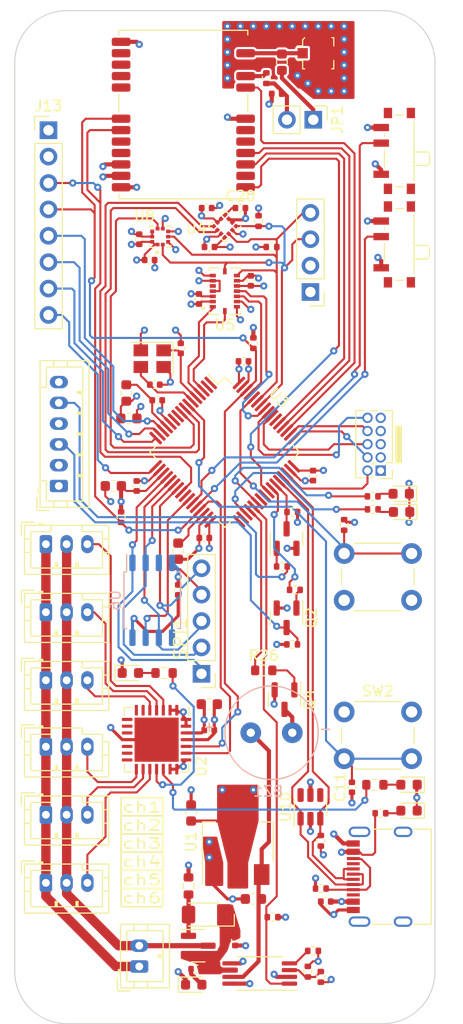
<source format=kicad_pcb>
(kicad_pcb (version 20221018) (generator pcbnew)
  (layers (0 "F.Cu" signal) (1 "In1.Cu" signal) (2 "In2.Cu" signal) (31 "B.Cu" signal) (34 "B.Paste" user) (35 "F.Paste" user) (36 "B.SilkS" user "B.Silkscreen") (37 "F.SilkS" user "F.Silkscreen") (38 "B.Mask" user) (39 "F.Mask" user) (44 "Edge.Cuts" user))
  (net 0 "")
  (net 1 "+3V3")
  (net 2 "BOOT0")
  (net 3 "+3.3VA")
  (net 4 "Net-(U3-VCAP1)")
  (net 5 "/HSE_IN")
  (net 6 "/HSE_OUT")
  (net 7 "NRST")
  (net 8 "5VIN")
  (net 9 "VIN")
  (net 10 "VBUS")
  (net 11 "Net-(D1-A)")
  (net 12 "Net-(D2-A)")
  (net 13 "Net-(D3-A)")
  (net 14 "Net-(D4-A)")
  (net 15 "Net-(D5-A)")
  (net 16 "Net-(D6-A)")
  (net 17 "/S_PORT")
  (net 19 "/SBUS_OUT")
  (net 21 "VIN_EXT")
  (net 22 "/IO/SERVO_CH1")
  (net 23 "Net-(J4-CC1)")
  (net 24 "USBD+")
  (net 25 "USBD-")
  (net 30 "/IO/SERVO_CH2")
  (net 31 "/IO/SERVO_CH3")
  (net 32 "/IO/SERVO_CH4")
  (net 33 "/IO/SERVO_CH5")
  (net 34 "/IO/SERVO_CH6")
  (net 35 "Net-(Q2-B)")
  (net 36 "Net-(Q3-B)")
  (net 37 "USART1_RX")
  (net 38 "Net-(Q4-B)")
  (net 39 "Net-(BZ1-+)")
  (net 40 "I2C1_SDA")
  (net 41 "LED1")
  (net 42 "I2C2_SCL")
  (net 43 "I2C2_SDA")
  (net 44 "LED2")
  (net 45 "STATUS_A")
  (net 46 "STATUS_B")
  (net 47 "/Power/ILIM")
  (net 48 "/Power/VSNS")
  (net 49 "PWR_STATE")
  (net 50 "BUZZER")
  (net 51 "MODE1")
  (net 52 "MODE2")
  (net 53 "SPI1_SCK")
  (net 54 "SPI1_MOSI")
  (net 55 "SPI1_MISO")
  (net 56 "FMEM_CS")
  (net 57 "FMEM_HOLD")
  (net 64 "VBAT")
  (net 65 "PRES_INT")
  (net 66 "GYRO_INT3")
  (net 67 "GND")
  (net 69 "ACCEL_INT1")
  (net 70 "ACCEL_INT2")
  (net 74 "Net-(U4-C1)")
  (net 75 "Net-(D7-A)")
  (net 76 "/IO/RF_IN")
  (net 77 "GNSS_RESET")
  (net 78 "MAG_INT")
  (net 79 "MAG_DRDY")
  (net 80 "GNSS_SAFEBOOT")
  (net 81 "GNSS_TIMEP")
  (net 82 "GNSS_INT")
  (net 88 "USART2_CTS")
  (net 89 "USART2_RTS")
  (net 90 "USART2_TX")
  (net 91 "USART2_RX")
  (net 92 "USART1_TX")
  (net 93 "GYRO_INT4")
  (net 95 "I2C1_SCL")
  (net 101 "JTMS_SWDIO")
  (net 102 "JTCK_SWCLK")
  (net 103 "JTDO_SWO")
  (net 104 "JTDI")
  (net 105 "JTRST")
  (net 107 "Net-(JP1-A)")
  (net 108 "Net-(JP1-B)")
  (net 109 "Net-(U8-VCC_RF)")
  (footprint "Connector_JST:JST_PH_B3B-PH-K_1x03_P2.00mm_Vertical" (layer "F.Cu") (at -17.25 8.85)
    (fp_text reference "J3" hide)
    (fp_text value "Conn_01x03")
  )
  (footprint "Capacitor_SMD:C_0603_1608Metric" (layer "F.Cu") (at -10.75 3.25 180)
    (fp_text reference "C1" hide)
    (fp_text value "4u7")
  )
  (footprint "Capacitor_SMD:C_0603_1608Metric" (layer "F.Cu") (at -9.25 -3.25)
    (fp_text reference "C7" hide)
    (fp_text value "4u7")
  )
  (footprint "Capacitor_SMD:C_0402_1005Metric" (layer "F.Cu") (at -4.5 13.25 -90)
    (fp_text reference "C16" hide)
    (fp_text value "100n")
  )
  (footprint "Resistor_SMD:R_0402_1005Metric" (layer "F.Cu") (at 9.25 50.5 90)
    (fp_text reference "R23" hide)
    (fp_text value "1K5")
  )
  (footprint "Inductor_SMD:L_0603_1608Metric" (layer "F.Cu") (at -9.5 -5.7 -90)
    (fp_text reference "FB1" hide)
    (fp_text value "GZ1608D601TF")
  )
  (footprint "Connector_JST:JST_PH_B6B-PH-K_1x06_P2.00mm_Vertical" (layer "F.Cu") (at -16 3.25 90)
    (fp_text reference "J1" hide)
    (fp_text value "Conn_01x06")
  )
  (footprint "Capacitor_SMD:C_0402_1005Metric" (layer "F.Cu") (at -1.5 26.75 180)
    (fp_text reference "C17" hide)
    (fp_text value "100n")
  )
  (footprint "LED_SMD:LED_0603_1608Metric" (layer "F.Cu") (at -3 51.25)
    (fp_text reference "D2" hide)
    (fp_text value "EXT_PWR_IND")
  )
  (footprint "Resistor_SMD:R_0603_1608Metric" (layer "F.Cu") (at 3.75 21)
    (fp_text reference "R26")
    (fp_text value "680")
  )
  (footprint "Button_Switch_SMD:SW_SPDT_PCM12" (layer "F.Cu") (at 16.5 -29 90)
    (fp_text reference "SW4" hide)
    (fp_text value "MODE1")
  )
  (footprint "LED_SMD:LED_0603_1608Metric" (layer "F.Cu") (at -9.10625 21.25)
    (fp_text reference "D4" hide)
    (fp_text value "STATUS")
  )
  (footprint "Package_TO_SOT_SMD:SOT-23" (layer "F.Cu") (at 5.75 23.8125 -90)
    (fp_text reference "Q4")
    (fp_text value "MMBT3904")
  )
  (footprint "Package_TO_SOT_SMD:SOT-23" (layer "F.Cu") (at 5.95 8.3125 90)
    (fp_text reference "Q3" hide)
    (fp_text value "MMBT3904")
  )
  (footprint "Connector_PinHeader_2.54mm:PinHeader_1x08_P2.54mm_Vertical" (layer "F.Cu") (at -17 -30.99)
    (fp_text reference "J13")
    (fp_text value "Conn_01x04")
  )
  (footprint "MountingHole:MountingHole_3.2mm_M3" (layer "F.Cu") (at 15.25 -37.5)
    (fp_text reference "H2" hide)
    (fp_text value "MountingHole")
  )
  (footprint "Resistor_SMD:R_0402_1005Metric" (layer "F.Cu") (at -10 6.25 -90)
    (fp_text reference "R9" hide)
    (fp_text value "5K1")
  )
  (footprint "MountingHole:MountingHole_3.2mm_M3" (layer "F.Cu") (at 15.25 50)
    (fp_text reference "H4" hide)
    (fp_text value "MountingHole")
  )
  (footprint "Capacitor_SMD:C_0402_1005Metric" (layer "F.Cu") (at -6.52 -5)
    (fp_text reference "C6" hide)
    (fp_text value "100n")
  )
  (footprint "Package_TO_SOT_SMD:SOT-23" (layer "F.Cu") (at 5.95 15.9375 -90)
    (fp_text reference "Q2")
    (fp_text value "MMBT3904")
  )
  (footprint "Sensor:BoschSensortec-BMP-388_PQFN50P200X200X80-10N" (layer "F.Cu") (at -6.235 -20.75 90)
    (fp_text reference "U7" hide)
    (fp_text value "BMP388")
  )
  (footprint "Resistor_SMD:R_0402_1005Metric" (layer "F.Cu") (at 5.5 11 180)
    (fp_text reference "R3" hide)
    (fp_text value "5K1")
  )
  (footprint "Capacitor_SMD:C_0402_1005Metric" (layer "F.Cu") (at 2.5 -16.5 90)
    (fp_text reference "C13" hide)
    (fp_text value "100n")
  )
  (footprint "LED_SMD:LED_0603_1608Metric" (layer "F.Cu") (at 17 4 180)
    (fp_text reference "D1" hide)
    (fp_text value "STATUS")
  )
  (footprint "Connector_JST:JST_PH_B3B-PH-K_1x03_P2.00mm_Vertical" (layer "F.Cu") (at -17.25 28.349998)
    (fp_text reference "J9" hide)
    (fp_text value "Conn_01x03")
  )
  (footprint "Button_Switch_THT:SW_PUSH_6mm" (layer "F.Cu") (at 11.5 25)
    (fp_text reference "SW2")
    (fp_text value "SW_Push")
  )
  (footprint "Resistor_SMD:R_0402_1005Metric" (layer "F.Cu") (at 11.5 7 -90)
    (fp_text reference "R15" hide)
    (fp_text value "5K1")
  )
  (footprint "LED_SMD:LED_0603_1608Metric" (layer "F.Cu") (at 17.75 34.5 180)
    (fp_text reference "D7" hide)
    (fp_text value "USB_IND")
  )
  (footprint "LED_SMD:LED_0603_1608Metric" (layer "F.Cu") (at 17.75 32 180)
    (fp_text reference "D6" hide)
    (fp_text value "STATUS")
  )
  (footprint "Connector_PinHeader_2.54mm:PinHeader_1x04_P2.54mm_Vertical" (layer "F.Cu") (at 8.25 -15.42 180)
    (fp_text reference "J14" hide)
    (fp_text value "Conn_01x04")
  )
  (footprint "Resistor_SMD:R_0402_1005Metric" (layer "F.Cu") (at 8 50 90)
    (fp_text reference "R24" hide)
    (fp_text value "1K5")
  )
  (footprint "Resistor_SMD:R_0402_1005Metric" (layer "F.Cu") (at 4.6 44.75 180)
    (fp_text reference "R25" hide)
    (fp_text value "5K1")
  )
  (footprint "Capacitor_SMD:C_0603_1608Metric" (layer "F.Cu") (at 2.75 43 180)
    (fp_text reference "C23" hide)
    (fp_text value "4u7")
  )
  (footprint "MountingHole:MountingHole_3.2mm_M3" (layer "F.Cu") (at -15.25 50)
    (fp_text reference "H3" hide)
    (fp_text value "MountingHole")
  )
  (footprint "ollyfc:PQFN50P450X300X100-16N" (layer "F.Cu") (at 0 -15.5 90)
    (fp_text reference "U5")
    (fp_text value "BMI088")
  )
  (footprint "Capacitor_SMD:C_0402_1005Metric" (layer "F.Cu") (at -7.25 -18.5)
    (fp_text reference "C14" hide)
    (fp_text value "100n")
  )
  (footprint "Resistor_SMD:R_0402_1005Metric" (layer "F.Cu") (at 9.25 37.4 90)
    (fp_text reference "R7" hide)
    (fp_text value "1K5")
  )
  (footprint "Capacitor_SMD:C_0402_1005Metric" (layer "F.Cu") (at 1 47 -90)
    (fp_text reference "C24" hide)
    (fp_text value "100n")
  )
  (footprint "Capacitor_SMD:C_0402_1005Metric" (layer "F.Cu") (at -1.75 -23.5)
    (fp_text reference "C21" hide)
    (fp_text value "100n")
  )
  (footprint "Connector_PinHeader_2.54mm:PinHeader_1x05_P2.54mm_Vertical" (layer "F.Cu") (at -2.25 21.329999 180)
    (fp_text reference "J12" hide)
    (fp_text value "Conn_01x04")
  )
  (footprint "Connector_PinHeader_2.54mm:PinHeader_1x02_P2.54mm_Vertical" (layer "F.Cu") (at 8.525 -32 -90)
    (fp_text reference "JP1")
    (fp_text value "Jumper_2_Open")
  )
  (footprint "Connector_JST:JST_PH_B3B-PH-K_1x03_P2.00mm_Vertical" (layer "F.Cu") (at -17.25 41.45)
    (fp_text reference "J11" hide)
    (fp_text value "Conn_01x03")
  )
  (footprint "Capacitor_SMD:C_0402_1005Metric" (layer "F.Cu") (at 5 -34.5 180)
    (fp_text reference "C26" hide)
    (fp_text value "10n")
  )
  (footprint "Capacitor_SMD:C_0603_1608Metric" (layer "F.Cu") (at -1.5 24.25 180)
    (fp_text reference "C18" hide)
    (fp_text value "4u7")
  )
  (footprint "Resistor_SMD:R_0402_1005Metric" (layer "F.Cu") (at 6.49 18.5 180)
    (fp_text reference "R4" hide)
    (fp_text value "5K1")
  )
  (footprint "Package_TO_SOT_SMD:SOT-23" (layer "F.Cu") (at -2.5625 47.5)
    (fp_text reference "Q1" hide)
    (fp_text value "AO3401A")
  )
  (footprint "Resistor_SMD:R_0402_1005Metric" (layer "F.Cu") (at 6.5 5.75)
    (fp_text reference "R5" hide)
    (fp_text value "5K1")
  )
  (footprint "Resistor_SMD:R_0402_1005Metric" (layer "F.Cu") (at 15 34.75)
    (fp_text reference "R11" hide)
    (fp_text value "1K5")
  )
  (footprint "Connector_JST:JST_PH_B3B-PH-K_1x03_P2.00mm_Vertical" (layer "F.Cu") (at -17.250002 34.899998)
    (fp_text reference "J10" hide)
    (fp_text value "Conn_01x03")
  )
  (footprint "Resistor_SMD:R_0603_1608Metric" (layer "F.Cu") (at -5.85625 21.25 180)
    (fp_text reference "R13" hide)
    (fp_text value "680")
  )
  (footprint "Capacitor_SMD:C_0402_1005Metric" (layer "F.Cu") (at -1.98 8.25 180)
    (fp_text reference "C2" hide)
    (fp_text value "100n")
  )
  (footprint "Resistor_SMD:R_0402_1005Metric" (layer "F.Cu") (at 14.25 4.25)
    (fp_text reference "R6" hide)
    (fp_text value "1K5")
  )
  (footprint "Package_DFN_QFN:QFN-28-1EP_6x6mm_P0.65mm_EP4.25x4.25mm" (layer "F.Cu") (at -6.58 27.67 -90)
    (fp_text reference "U2")
    (fp_text value "PCA9685BS")
  )
  (footprint "Resistor_SMD:R_0402_1005Metric" (layer "F.Cu") (at 4.5 -19.75)
    (fp_text reference "R1" hide)
    (fp_text value "5K1")
  )
  (footprint "Capacitor_SMD:C_0402_1005Metric" (layer "F.Cu") (at 9.73 43.25 180)
    (fp_text reference "C25" hide)
    (fp_text value "100n")
  )
  (footprint "RF_GPS:ublox_NEO" (layer "F.Cu") (at -4 -32.5 180)
    (fp_text reference "U8")
    (fp_text value "NEO-M8N")
  )
  (footprint "Crystal:Crystal_SMD_SeikoEpson_TSX3225-4Pin_3.2x2.5mm" (layer "F.Cu") (at -7 -9 180)
    (fp_text reference "Y1" hide)
    (fp_text value "X322516MLB4SI")
  )
  (footprint "Resistor_SMD:R_0402_1005Metric" (layer "F.Cu") (at 2.75 -10.5 -90)
    (fp_text reference "R8" hide)
    (fp_text value "5K1")
  )
  (footprint "Resistor_SMD:R_0402_1005Metric" (layer "F.Cu") (at 4 -36 -90)
    (fp_text reference "R19" hide)
    (fp_text value "10")
  )
  (footprint "Connector_JST:JST_PH_B3B-PH-K_1x03_P2.00mm_Vertical" (layer "F.Cu") (at -17.25 15.399999)
    (fp_text reference "J6" hide)
    (fp_text value "Conn_01x03")
  )
  (footprint "Capacitor_SMD:C_0402_1005Metric" (layer "F.Cu") (at -8.25 -20.5 90)
    (fp_text reference "C15" hide)
    (fp_text value "100n")
  )
  (footprint "Package_LGA:LGA-12_2x2mm_P0.5mm" (layer "F.Cu") (at 0 -21.75 -135)
    (fp_text reference "U4")
    (fp_text value "LIS3MDL")
  )
  (footprint "Capacitor_SMD:C_0402_1005Metric" (layer "F.Cu") (at 1.5 -23.5)
    (fp_text reference "C20")
    (fp_text value "100n")
  )
  (footprint "Connector_Coaxial:U.FL_Molex_MCRF_73412-0110_Vertical" (layer "F.Cu") (at 9 -38.4 -90)
    (fp_text reference "J8" hide)
    (fp_text value "Conn_Coaxial")
  )
  (footprint "Inductor_SMD:L_0603_1608Metric" (layer "F.Cu") (at 5.5 -37.537501 90)
    (fp_text reference "L1" hide)
    (fp_text value "L_Small")
  )
  (footprint "Package_TO_SOT_SMD:SOT-223-3_TabPin2" (layer "F.Cu") (at 1.25 37.5 90)
    (fp_text reference "U1")
    (fp_text value "AMS1117-3.3")
  )
  (footprint "Connector_JST:JST_PH_B2B-PH-K_1x02_P2.00mm_Vertical" (layer "F.Cu") (at -8.25 49.5 90)
    (fp_text reference "J2" hide)
    (fp_text value "Conn_01x02")
  )
  (footprint "Resistor_SMD:R_0402_1005Metric" (layer "F.Cu") (at 8.5 48)
    (fp_text reference "R22" hide)
    (fp_text value "680")
  )
  (footprint "Capacitor_SMD:C_0402_1005Metric" (layer "F.Cu") (at -6.75 -6.5)
    (fp_text reference "C10" hide)
    (fp_text value "10pF")
  )
  (footprint "Capacitor_SMD:C_0402_1005Metric" (layer "F.Cu") (at -4.25 -10 90)
    (fp_text reference "C9" hide)
    (fp_text value "10pF")
  )
  (footprint "Package_SO:TSSOP-8_4.4x3mm_P0.65mm" (layer "F.Cu") (at 3.3625 50.175 180)
    (fp_text reference "U9" hide)
    (fp_text value "TPS2113APW")
  )
  (footprint "LED_SMD:LED_0603_1608Metric" (layer "F.Cu") (at 17.0375 5.75 180)
    (fp_text reference "D3" hide)
    (fp_text value "STATUS")
  )
  (footprint "Capacitor_SMD:C_0402_1005Metric" (layer "F.Cu") (at -1.48 -19.75 180)
    (fp_text reference "C22" hide)
    (fp_text value "1u")
  )
  (footprint "Resistor_SMD:R_0402_1005Metric" (layer "F.Cu") (at -2.75 49.75 180)
    (fp_text reference "R16" hide)
    (fp_text value "1K5")
  )
  (footprint "Capacitor_SMD:C_0603_1608Metric" (layer "F.Cu") (at -4.5 9.525 -90)
    (fp_text reference "C8" hide)
    (fp_text value "4u7")
  )
  (footprint "Resistor_SMD:R_0402_1005Metric" (layer "F.Cu") (at 14.26 5.5)
    (fp_text reference "R10" hide)
    (fp_text value "1K5")
  )
  (footprint "Capacitor_SMD:C_0402_1005Metric" (layer "F.Cu") (at -8.5 3.25 90)
    (fp_text reference "C5" hide)
    (fp_text value "100n")
  )
  (footprint "Connector_JST:JST_PH_B3B-PH-K_1x03_P2.00mm_Vertical" (layer "F.Cu") (at -17.250001 21.949998)
    (fp_text reference "J7" hide)
    (fp_text value "Conn_01x03")
  )
  (footprint "Capacitor_SMD:C_0402_1005Metric" (layer "F.Cu") (at -2.5 -14.75 -90)
    (fp_text reference "C12" hide)
    (fp_text value "100n")
  )
  (footprint "Resistor_SMD:R_0402_1005Metric" (layer "F.Cu") (at 6.75 13.25)
    (fp_text reference "R2" hide)
    (fp_text value "5K1")
  )
  (footprint "Capacitor_SMD:C_0402_1005Metric" (layer "F.Cu") (at 12.25 32.25 90)
    (fp_text reference "C11")
    (fp_text value "100n")
  )
  (footprint "Diode_SMD:D_MiniMELF" (layer "F.Cu") (at -1.75 44.5 180)
    (fp_text reference "D5" hide)
    (fp_text value "ZMM5V6-M")
  )
  (footprint "Package_TO_SOT_SMD:SOT-23-6" (layer "F.Cu") (at 8.25 34.1375 90)
    (fp_text reference "U10")
    (fp_text value "SRV05-4")
  )
  (footprint "Connector_PinHeader_1.27mm:PinHeader_2x05_P1.27mm_Vertical" (layer "F.Cu") (at 15.02 1.77 180)
    (fp_text reference "J5" hide)
    (fp_text value "Conn_02x05_Odd_Even")
  )
  (footprint "Resistor_SMD:R_0402_1005Metric" (layer "F.Cu") (at 9.25 42 180)
    (fp_text reference "R21" hide)
    (fp_text value "5K1")
  )
  (footprint "Capacitor_SMD:C_0603_1608Metric" (layer "F.Cu") (at -3.25 34.725 90)
    (fp_text reference "C19" hide)
    (fp_text value "4u7")
  )
  (footprint "Package_QFP:LQFP-64_10x10mm_P0.5mm" (layer "F.Cu") (at 0 0 -45)
    (fp_text reference "U3")
    (fp_text value "STM32F411RETx")
  )
  (footprint "Resistor_SMD:R_0402_1005Metric" (layer "F.Cu") (at 3.25 -22.25 -90)
    (fp_text reference "R12" hide)
    (fp_text value "5K1")
  )
  (footprint "Resistor_SMD:R_0603_1608Metric" (layer "F.Cu") (at 14.4625 32.01)
    (fp_text reference "R14" hide)
    (fp_text value "680")
  )
  (footprint "MountingHole:MountingHole_3.2mm_M3" (layer "F.Cu") (at -15.25 -37.5)
    (fp_text reference "H1" hide)
    (fp_text value "MountingHole")
  )
  (footprint "Button_Switch_THT:SW_PUSH_6mm" (layer "F.Cu") (at 11.5 9.75)
    (fp_text reference "SW3" hide)
    (fp_text value "SW_Push")
  )
  (footprint "MountingHole:MountingHole_3.2mm_M3" (layer "F.Cu") (at 15.25 19.5)
    (fp_text reference "H5" hide)
    (fp_text value "MountingHole")
  )
  (footprint "Resistor_SMD:R_0603_1608Metric" (layer "F.Cu") (at -3.5 41.75 90)
    (fp_text reference "R18" hide)
    (fp_text value "680")
  )
  (footprint "Capacitor_SMD:C_0402_1005Metric" (layer "F.Cu") (at 8.5 2.25 -90)
    (fp_text reference "C3" hide)
    (fp_text value "100n")
  )
  (footprint "Connector_USB:USB_C_Receptacle_G-Switch_GT-USB-7010ASV" (layer "F.Cu") (at 16.105 40.86 90)
    (fp_text reference "J4" hide)
    (fp_text value "USB_C_Receptacle_USB2.0")
  )
  (footprint "Button_Switch_SMD:SW_SPDT_PCM12" (layer "F.Cu") (at 16.5 -20 90)
    (fp_text reference "SW5" hide)
    (fp_text value "MODE1")
  )
  (footprint "Capacitor_SMD:C_0402_1005Metric" (layer "F.Cu") (at 1.8 -8.75)
    (fp_text reference "C4" hide)
    (fp_text value "100n")
  )
  (footprint "Package_SO:SOIC-8_5.23x5.23mm_P1.27mm" (layer "B.Cu") (at -7 14.25 -90)
    (fp_text reference "U6")
    (fp_text value "W25Q128JVS")
  )
  (footprint "Buzzer_Beeper:XDCR_CMT-9648-85T" (layer "B.Cu") (at 4.5 27)
    (fp_text reference "BZ1")
    (fp_text value "CMT-9648-85T")
  )
  (gr_rect (start -10 42) (end -6 43.75) (stroke (width 0.15)) (fill none) (layer "F.SilkS"))
  (gr_rect (start -10 33.25) (end -6 35) (stroke (width 0.15)) (fill none) (layer "F.SilkS"))
  (gr_rect (start -10 40.25) (end -6 42) (stroke (width 0.15)) (fill none) (layer "F.SilkS"))
  (gr_rect (start 16.5 -2.5) (end 17 1) (stroke (width 0.15)) (fill solid) (layer "F.SilkS"))
  (gr_rect (start -10 36.75) (end -6 38.5) (stroke (width 0.15)) (fill none) (layer "F.SilkS"))
  (gr_rect (start -10 38.5) (end -6 40.25) (stroke (width 0.15)) (fill none) (layer "F.SilkS"))
  (gr_rect (start -10 35) (end -6 36.75) (stroke (width 0.15)) (fill none) (layer "F.SilkS"))
  (gr_arc (start -20.25 -37.5) (mid -18.785534 -41.035534) (end -15.25 -42.5) (stroke (width 0.1)) (layer "Edge.Cuts"))
  (gr_arc (start 20.25 50) (mid 18.785534 53.535534) (end 15.25 55) (stroke (width 0.1)) (layer "Edge.Cuts"))
  (gr_line (start -20.25 50) (end -20.25 -37.5) (stroke (width 0.1)) (layer "Edge.Cuts"))
  (gr_arc (start -15.25 55) (mid -18.785534 53.535534) (end -20.25 50) (stroke (width 0.1)) (layer "Edge.Cuts"))
  (gr_arc (start 15.25 -42.5) (mid 18.785534 -41.035534) (end 20.25 -37.5) (stroke (width 0.1)) (layer "Edge.Cuts"))
  (gr_line (start -15.25 55) (end 15.25 55) (stroke (width 0.1)) (layer "Edge.Cuts"))
  (gr_line (start -15.25 -42.5) (end 15.25 -42.5) (stroke (width 0.1)) (layer "Edge.Cuts"))
  (gr_line (start 20.25 -37.5) (end 20.25 50) (stroke (width 0.1)) (layer "Edge.Cuts"))
  (gr_text "ch1" (at -10 34.75) (layer "F.SilkS") (effects (font (size 1 1.4)) (justify left bottom)))
  (gr_text "ch6" (at -10 43.5) (layer "F.SilkS") (effects (font (size 1 1.4)) (justify left bottom)))
  (gr_text "ch2" (at -10 36.5) (layer "F.SilkS") (effects (font (size 1 1.4)) (justify left bottom)))
  (gr_text "ch3" (at -10 38.25) (layer "F.SilkS") (effects (font (size 1 1.4)) (justify left bottom)))
  (gr_text "SPI1" (at -3.58 20.059999 90) (layer "F.SilkS") (effects (font (size 1.2 1.2)) (justify left bottom)))
  (gr_text "ch5" (at -10 41.75) (layer "F.SilkS") (effects (font (size 1 1.4)) (justify left bottom)))
  (gr_text "ch4" (at -10 40) (layer "F.SilkS") (effects (font (size 1 1.4)) (justify left bottom)))
  (segment (start -10 -27.7) (end -11.55 -27.7) (width 0.4) (layer "F.Cu") (net 1))
  (segment (start 9.25 37.91) (end 9.25 38.5) (width 0.2) (layer "F.Cu") (net 1))
  (segment (start -1.165 -15) (end -2.27 -15) (width 0.2) (layer "F.Cu") (net 1))
  (segment (start 8.5 1.77) (end 9.48 1.77) (width 0.2) (layer "F.Cu") (net 1))
  (segment (start 5.98 18.5) (end 5 18.5) (width 0.3) (layer "F.Cu") (net 1))
  (segment (start -1.103554 -22.5) (end -2 -22.5) (width 0.2) (layer "F.Cu") (net 1))
  (segment (start -10 4.75) (end -10 3.275) (width 0.4) (layer "F.Cu") (net 1))
  (segment (start -3.25 35.5) (end 0.1 35.5) (width 0.3) (layer "F.Cu") (net 1))
  (segment (start 2.392157 -13.75) (end 2.5 -13.75) (width 0.2) (layer "F.Cu") (net 1))
  (segment (start -5.985 -22.265) (end -5.75 -22.5) (width 0.2) (layer "F.Cu") (net 1))
  (segment (start -11.55 -27.7) (end -11.75 -27.5) (width 0.4) (layer "F.Cu") (net 1))
  (segment (start 5.85 44.75) (end 5.11 44.75) (width 0.3) (layer "F.Cu") (net 1))
  (segment (start -10 3.275) (end -9.975 3.25) (width 0.4) (layer "F.Cu") (net 1))
  (segment (start 3.75 -16) (end 1.165 -16) (width 0.2) (layer "F.Cu") (net 1))
  (segment (start -8.5 -5.4) (end -8.9875 -4.9125) (width 0.2) (layer "F.Cu") (net 1))
  (segment (start -1.02 25.77) (end -1 25.75) (width 0.3) (layer "F.Cu") (net 1))
  (segment (start 7 6.75) (end 7.01 6.74) (width 0.3) (layer "F.Cu") (net 1))
  (segment (start -11.65 -26.6) (end -11.75 -26.5) (width 0.4) (layer "F.Cu") (net 1))
  (segment (start 8.5 1.77) (end 7.0733 1.77) (width 0.2) (layer "F.Cu") (net 1))
  (segment (start -0.715946 -22.112392) (end -1.103554 -22.5) (width 0.2) (layer "F.Cu") (net 1))
  (segment (start 2.75 -11.01) (end 2.75 -12) (width 0.4) (layer "F.Cu") (net 1))
  (segment (start 3.99 -19.75) (end 3 -19.75) (width 0.2) (layer "F.Cu") (net 1))
  (segment (start -1.5 9.25) (end -1.75 9.25) (width 0.2) (layer "F.Cu") (net 1))
  (segment (start -1.02 26.75) (end -1.02 25.77) (width 0.3) (layer "F.Cu") (net 1))
  (segment (start -7.73 -19.02) (end -6.765 -19.985) (width 0.2) (layer "F.Cu") (net 1))
  (segment (start -2 -22.5) (end -2.25 -22.75) (width 0.2) (layer "F.Cu") (net 1))
  (segment (start -2.23 -22.77) (end -2.25 -22.75) (width 0.2) (layer "F.Cu") (net 1))
  (segment (start -8.98 -20.02) (end -9 -20) (width 0.2) (layer "F.Cu") (net 1))
  (segment (start -10 5.74) (end -10 4.75) (width 0.4) (layer "F.Cu") (net 1))
  (segment (start -8.9875 -4.9125) (end -9.5 -4.9125) (width 0.2) (layer "F.Cu") (net 1))
  (segment (start 15.07 -22.25) (end 13.75 -22.25) (width 0.4) (layer "F.Cu") (net 1))
  (segment (start 9.48 1.77) (end 9.5 1.75) (width 0.2) (layer "F.Cu") (net 1))
  (segment (start -6.765 -19.985) (end -6.485 -19.985) (width 0.2) (layer "F.Cu") (net 1))
  (segment (start 1.642157 -14.5) (end 2.392157 -13.75) (width 0.2) (layer "F.Cu") (net 1))
  (segment (start -1 -19.75) (end -0.93934 -19.75) (width 0.2) (layer "F.Cu") (net 1))
  (segment (start -8.5 3.73) (end -9.495 3.73) (width 0.2) (layer "F.Cu") (net 1))
  (segment (start 15.07 -31.25) (end 13.75 -31.25) (width 0.4) (layer "F.Cu") (net 1))
  (segment (start -0.93934 -19.75) (end -0.008839 -20.680501) (width 0.2) (layer "F.Cu") (net 1))
  (segment (start -4.5 15.75) (end -4.5 13.73) (width 0.3) (layer "F.Cu") (net 1))
  (segment (start -1.165 -17) (end -2 -17) (width 0.2) (layer "F.Cu") (net 1))
  (segment (start -3.25 -15.25) (end -3.23 -15.23) (width 0.2) (layer "F.Cu") (net 1))
  (segment (start -8.25 -20.02) (end -8.98 -20.02) (width 0.2) (layer "F.Cu") (net 1))
  (segment (start -9.495 3.73) (end -9.975 3.25) (width 0.2) (layer "F.Cu") (net 1))
  (segment (start -6.735 -19.985) (end -7 -20.25) (width 0.2) (layer "F.Cu") (net 1))
  (segment (start -1 25.75) (end -1.02 25.73) (width 0.3) (layer "F.Cu") (net 1))
  (segment (start 1.165 -14.5) (end 1.642157 -14.5) (width 0.2) (layer "F.Cu") (net 1))
  (segment (start -1.02 24.545) (end -0.725 24.25) (width 0.3) (layer "F.Cu") (net 1))
  (segment (start -7.619088 3.73) (end -8.5 3.73) (width 0.2) (layer "F.Cu") (net 1))
  (segment (start 0.1 35.5) (end 1.25 34.35) (width 0.3) (layer "F.Cu") (net 1))
  (segment (start 2.5 -13.684314) (end 2.5 -13.684314) (width 0.2) (layer "F.Cu") (net 1))
  (segment (start -2.27 -15) (end -2.5 -15.23) (width 0.2) (layer "F.Cu") (net 1))
  (segment (start -10 -26.6) (end -11.65 -26.6) (width 0.4) (layer "F.Cu") (net 1))
  (segment (start -3.7425 27.67) (end -1.630001 27.67) (width 0.3) (layer "F.Cu") (net 1))
  (segment (start -5.957375 2.068287) (end -7.619088 3.73) (width 0.2) (layer "F.Cu") (net 1))
  (segment (start -2.23 -23.5) (end -2.23 -22.77) (width 0.2) (layer "F.Cu") (net 1))
  (segment (start 1.361181 -8) (end 1.361181 -6.664481) (width 0.2) (layer "F.Cu") (net 1))
  (segment (start -7.73 -18.5) (end -7.73 -19.02) (width 0.2) (layer "F.Cu") (net 1))
  (segment (start -7.73 -18.5) (end -8.5 -18.5) (width 0.2) (layer "F.Cu") (net 1))
  (segment (start 2.5 -13.75) (end 2.5 -13.684314) (width 0.2) (layer "F.Cu") (net 1))
  (segment (start 1.361181 -8) (end 1.361181 -8.658819) (width 0.2) (layer "F.Cu") (net 1))
  (segment (start -2 -17) (end -2.5 -17.5) (width 0.2) (layer "F.Cu") (net 1))
  (segment (start -6.485 -19.985) (end -6.735 -19.985) (width 0.2) (layer "F.Cu") (net 1))
  (segment (start -1.630001 27.67) (end -1.02 27.059999) (width 0.3) (layer "F.Cu") (net 1))
  (segment (start -5.985 -21.515) (end -5.985 -22.265) (width 0.2) (layer "F.Cu") (net 1))
  (segment (start -1.5 9.25) (end -1.5 6.8033) (width 0.2) (layer "F.Cu") (net 1))
  (segment (start -1.02 27.059999) (end -1.02 26.75) (width 0.3) (layer "F.Cu") (net 1))
  (segment (start -6 17.25) (end -4.5 15.75) (width 0.3) (layer "F.Cu") (net 1))
  (segment (start 0.5 -19.75) (end -1 -19.75) (width 0.2) (layer "F.Cu") (net 1))
  (segment (start -0.362392 -22.465946) (end -0.715946 -22.112392) (width 0.2) (layer "F.Cu") (net 1))
  (segment (start -10.025 -3.25) (end -10.025 -4.3875) (width 0.2) (layer "F.Cu") (net 1))
  (segment (start -1.5 6.8033) (end -1.361181 6.664481) (width 0.2) (layer "F.Cu") (net 1))
  (segment (start -8.75 16) (end -7.5 17.25) (width 0.3) (layer "F.Cu") (net 1))
  (segment (start 3.25 -22.76) (end 3.25 -23.5) (width 0.2) (layer "F.Cu") (net 1))
  (segment (start -7.5 17.25) (end -6 17.25) (width 0.3) (layer "F.Cu") (net 1))
  (segment (start 7.0733 1.77) (end 6.664481 1.361181) (width 0.2) (layer "F.Cu") (net 1))
  (segment (start -7 -20.25) (end -8.02 -20.25) (width 0.2) (layer "F.Cu") (net 1))
  (segment (start 7.01 5.75) (end 7 6.75) (width 0.3) (layer "F.Cu") (net 1))
  (segment (start -8.02 -20.25) (end -8.25 -20.02) (width 0.2) (layer "F.Cu") (net 1))
  (segment (start -2.5 -15.23) (end -3.25 -15.25) (width 0.2) (layer "F.Cu") (net 1))
  (segment (start -1.02 25.73) (end -1.02 24.545) (width 0.3) (layer "F.Cu") (net 1))
  (segment (start -10.025 -4.3875) (end -9.5 -4.9125) (width 0.2) (layer "F.Cu") (net 1))
  (segment (start 9.25 38.5) (end 9.5 38.75) (width 0.2) (layer "F.Cu") (net 1))
  (via (at 3 -19.75) (size 0.7) (drill 0.3) (layers "F.Cu" "B.Cu") (net 1))
  (via (at 13.75 -31.25) (size 0.7) (drill 0.3) (layers "F.Cu" "B.Cu") (net 1))
  (via (at 5.85 44.75) (size 0.7) (drill 0.3) (layers "F.Cu" "B.Cu") (net 1))
  (via (at 9.5 38.75) (size 0.7) (drill 0.3) (layers "F.Cu" "B.Cu") (net 1))
  (via (at -9 -20) (size 0.7) (drill 0.3) (layers "F.Cu" "B.Cu") (net 1))
  (via (at 13.75 -22.25) (size 0.7) (drill 0.3) (layers "F.Cu" "B.Cu") (net 1))
  (via (at 7 6.75) (size 0.7) (drill 0.3) (layers "F.Cu" "B.Cu") (net 1))
  (via (at 0.5 -19.75) (size 0.7) (drill 0.3) (layers "F.Cu" "B.Cu") (net 1))
  (via (at 2.75 -12) (size 0.7) (drill 0.3) (layers "F.Cu" "B.Cu") (net 1))
  (via (at -1.5 9.25) (size 0.7) (drill 0.3) (layers "F.Cu" "B.Cu") (net 1))
  (via (at -5.75 -22.5) (size 0.7) (drill 0.3) (layers "F.Cu" "B.Cu") (net 1))
  (via (at -1 25.75) (size 0.7) (drill 0.3) (layers "F.Cu" "B.Cu") (net 1))
  (via (at -8.5 -18.5) (size 0.7) (drill 0.3) (layers "F.Cu" "B.Cu") (net 1))
  (via (at 1.361181 -8) (size 0.7) (drill 0.3) (layers "F.Cu" "B.Cu") (net 1))
  (via (at 5 18.5) (size 0.7) (drill 0.3) (layers "F.Cu" "B.Cu") (net 1))
  (via (at 3.75 -16) (size 0.7) (drill 0.3) (layers "F.Cu" "B.Cu") (net 1))
  (via (at -2.25 -22.75) (size 0.7) (drill 0.3) (layers "F.Cu" "B.Cu") (net 1))
  (via (at 3.25 -23.5) (size 0.7) (drill 0.3) (layers "F.Cu" "B.Cu") (net 1))
  (via (at -8.5 -5.4) (size 0.7) (drill 0.3) (layers "F.Cu" "B.Cu") (net 1))
  (via (at 2.5 -13.75) (size 0.7) (drill 0.3) (layers "F.Cu" "B.Cu") (net 1))
  (via (at 2.75 32.5) (size 0.7) (drill 0.3) (layers "F.Cu" "B.Cu") (net 1))
  (via (at 9.5 1.75) (size 0.7) (drill 0.3) (layers "F.Cu" "B.Cu") (net 1))
  (via (at -2.5 -17.5) (size 0.7) (drill 0.3) (layers "F.Cu" "B.Cu") (net 1))
  (via (at -3.25 -15.25) (size 0.7) (drill 0.3) (layers "F.Cu" "B.Cu") (net 1))
  (via (at -8.75 16) (size 0.7) (drill 0.3) (layers "F.Cu" "B.Cu") (net 1))
  (via (at -0.25 32.5) (size 0.7) (drill 0.3) (layers "F.Cu" "B.Cu") (net 1))
  (via (at -10 4.75) (size 0.7) (drill 0.3) (layers "F.Cu" "B.Cu") (net 1))
  (via (at -11.75 -26.5) (size 0.7) (drill 0.3) (layers "F.Cu" "B.Cu") (net 1))
  (via (at -11.75 -27.5) (size 0.7) (drill 0.3) (layers "F.Cu" "B.Cu") (net 1))
  (segment (start -8.905 16.155) (end -8.905 17.85) (width 0.3) (layer "B.Cu") (net 1))
  (segment (start -8.75 16) (end -8.905 16.155) (width 0.3) (layer "B.Cu") (net 1))
  (segment (start 18 9.75) (end 11.5 9.75) (width 0.2) (layer "F.Cu") (net 2))
  (segment (start 1.5 2) (end 2.75 3.25) (width 0.2) (layer "F.Cu") (net 2))
  (segment (start 11.5 7.51) (end 11.5 9.75) (width 0.2) (layer "F.Cu") (net 2))
  (segment (start 1.5 -3.5) (end 1.5 2) (width 0.2) (layer "F.Cu") (net 2))
  (segment (start 1.5 -3.974874) (end 1.5 -3.5) (width 0.2) (layer "F.Cu") (net 2))
  (segment (start 2.775394 -5.250268) (end 1.5 -3.974874) (width 0.2) (layer "F.Cu") (net 2))
  (via (at 2.75 3.25) (size 0.7) (drill 0.3) (layers "F.Cu" "B.Cu") (net 2))
  (segment (start 4.25 4.75) (end 7 4.75) (width 0.2) (layer "B.Cu") (net 2))
  (segment (start 7 4.75) (end 11.5 9.25) (width 0.2) (layer "B.Cu") (net 2))
  (segment (start 2.75 3.25) (end 4.25 4.75) (width 0.2) (layer "B.Cu") (net 2))
  (segment (start 11.5 9.25) (end 11.5 9.75) (width 0.2) (layer "B.Cu") (net 2))
  (segment (start -5.603821 -2.421841) (end -7 -3.81802) (width 0.2) (layer "F.Cu") (net 3))
  (segment (start -8.4875 -6.4875) (end -9.5 -6.4875) (width 0.2) (layer "F.Cu") (net 3))
  (segment (start -7 -3.81802) (end -7 -5) (width 0.2) (layer "F.Cu") (net 3))
  (segment (start -7 -5) (end -8.4875 -6.4875) (width 0.2) (layer "F.Cu") (net 3))
  (segment (start -2.068287 5.957375) (end -3.5 7.389088) (width 0.2) (layer "F.Cu") (net 4))
  (segment (start -3.5 8) (end -4.25 8.75) (width 0.2) (layer "F.Cu") (net 4))
  (segment (start -3.5 7.389088) (end -3.5 8) (width 0.2) (layer "F.Cu") (net 4))
  (segment (start -4.25 8.75) (end -4.5 8.75) (width 0.2) (layer "F.Cu") (net 4))
  (segment (start -4.25 -6.724874) (end -2.775394 -5.250268) (width 0.2) (layer "F.Cu") (net 5))
  (segment (start -4.25 -9.52) (end -4.53 -9.8) (width 0.2) (layer "F.Cu") (net 5))
  (segment (start -4.53 -9.8) (end -5.9 -9.8) (width 0.2) (layer "F.Cu") (net 5))
  (segment (start -4.25 -9.52) (end -4.25 -6.724874) (width 0.2) (layer "F.Cu") (net 5))
  (segment (start -8.1 -7.37) (end -8.1 -8.2) (width 0.2) (layer "F.Cu") (net 6))
  (segment (start -3.982234 -5.75) (end -6.48 -5.75) (width 0.2) (layer "F.Cu") (net 6))
  (segment (start -3.128948 -4.896714) (end -3.982234 -5.75) (width 0.2) (layer "F.Cu") (net 6))
  (segment (start -6.48 -5.75) (end -8.1 -7.37) (width 0.2) (layer "F.Cu") (net 6))
  (segment (start -2 -3.06066) (end -3.482501 -4.543161) (width 0.2) (layer "F.Cu") (net 7))
  (segment (start -2.5 1) (end -2 0.5) (width 0.2) (layer "F.Cu") (net 7))
  (segment (start 11.5 29.5) (end 12.25 30.25) (width 0.2) (layer "F.Cu") (net 7))
  (segment (start 12.25 30.25) (end 12.25 31.77) (width 0.2) (layer "F.Cu") (net 7))
  (segment (start -2 0.5) (end -2 -3.06066) (width 0.2) (layer "F.Cu") (net 7))
  (via (at -2.5 1) (size 0.7) (drill 0.3) (layers "F.Cu" "B.Cu") (net 7))
  (segment (start 6.419239 5.25) (end 9.75 8.580761) (width 0.2) (layer "B.Cu") (net 7))
  (segment (start -0.5 5.25) (end 6.419239 5.25) (width 0.2) (layer "B.Cu") (net 7))
  (segment (start -2.5 3.25) (end -0.5 5.25) (width 0.2) (layer "B.Cu") (net 7))
  (segment (start -2.5 1) (end -2.5 3.25) (width 0.2) (layer "B.Cu") (net 7))
  (segment (start 18 29.5) (end 11.5 29.5) (width 0.2) (layer "B.Cu") (net 7))
  (segment (start 9.75 27.75) (end 11.5 29.5) (width 0.2) (layer "B.Cu") (net 7))
  (segment (start 9.75 8.580761) (end 9.75 27.75) (width 0.2) (layer "B.Cu") (net 7))
  (segment (start 3.55 38.2) (end 3.55 40.65) (width 0.4) (layer "F.Cu") (net 8))
  (segment (start 3.25 40.95) (end 3.55 40.65) (width 0.4) (layer "F.Cu") (net 8))
  (segment (start 2.5 27) (end 4.25 28.75) (width 0.4) (layer "F.Cu") (net 8))
  (segment (start 0.5 50.5) (end 1.75 50.5) (width 0.4) (layer "F.Cu") (net 8))
  (segment (start 3.25 49) (end 3.25 40.95) (width 0.4) (layer "F.Cu") (net 8))
  (segment (start 1.75 50.5) (end 3.25 49) (width 0.4) (layer "F.Cu") (net 8))
  (segment (start 4.25 37.5) (end 3.55 38.2) (width 0.4) (layer "F.Cu") (net 8))
  (segment (start 4.25 28.75) (end 4.25 37.5) (width 0.4) (layer "F.Cu") (net 8))
  (segment (start -3.05 48.45) (end -3.5 48.45) (width 0.4) (layer "F.Cu") (net 9))
  (segment (start 14.49 34.75) (end 14.49 38.51) (width 0.2) (layer "F.Cu") (net 10))
  (segment (start 11.25 43.25) (end 10.21 43.25) (width 0.4) (layer "F.Cu") (net 10))
  (segment (start 11.25 43.25) (end 11.26 43.26) (width 0.4) (layer "F.Cu") (net 10))
  (segment (start 14.49 38.51) (end 14.25 38.75) (width 0.2) (layer "F.Cu") (net 10))
  (segment (start 8.25 33) (end 8.25 31.75) (width 0.4) (layer "F.Cu") (net 10))
  (segment (start 12.964695 38.46) (end 12.38 38.46) (width 0.2) (layer "F.Cu") (net 10))
  (segment (start 12.38 43.26) (end 11.25 43.25) (width 0.4) (layer "F.Cu") (net 10))
  (segment (start 9.25 51.01) (end 9.99 51.01) (width 0.2) (layer "F.Cu") (net 10))
  (segment (start 11.29 38.46) (end 11.25 38.5) (width 0.4) (layer "F.Cu") (net 10))
  (segment (start 14.25 38.75) (end 13.254695 38.75) (width 0.2) (layer "F.Cu") (net 10))
  (segment (start 12.38 38.46) (end 11.29 38.46) (width 0.4) (layer "F.Cu") (net 10))
  (segment (start 9.99 51.01) (end 10.25 50.75) (width 0.2) (layer "F.Cu") (net 10))
  (segment (start 13.254695 38.75) (end 12.964695 38.46) (width 0.2) (layer "F.Cu") (net 10))
  (segment (start 2.4 51.15) (end 0.5 51.15) (width 0.4) (layer "F.Cu") (net 10))
  (via (at 11.25 38.5) (size 0.7) (drill 0.3) (layers "F.Cu" "B.Cu") (net 10))
  (via (at 8.25 31.75) (size 0.7) (drill 0.3) (layers "F.Cu" "B.Cu") (net 10))
  (via (at 11.25 43.25) (size 0.7) (drill 0.3) (layers "F.Cu" "B.Cu") (net 10))
  (via (at 10.25 50.75) (size 0.7) (drill 0.3) (layers "F.Cu" "B.Cu") (net 10))
  (via (at 2.4 51.15) (size 0.7) (drill 0.3) (layers "F.Cu" "B.Cu") (net 10))
  (segment (start 15.01 4) (end 14.76 4.25) (width 0.2) (layer "F.Cu") (net 11))
  (segment (start 16.2125 4) (end 15.01 4) (width 0.2) (layer "F.Cu") (net 11))
  (segment (start -3.26 49.75) (end -3.26 50.2025) (width 0.4) (layer "F.Cu") (net 12))
  (segment (start -3.26 50.2025) (end -2.2125 51.25) (width 0.4) (layer "F.Cu") (net 12))
  (segment (start 16.25 5.75) (end 15.02 5.75) (width 0.2) (layer "F.Cu") (net 13))
  (segment (start 15.02 5.75) (end 14.77 5.5) (width 0.2) (layer "F.Cu") (net 13))
  (segment (start -6.68125 21.25) (end -8.318749 21.25) (width 0.2) (layer "F.Cu") (net 14))
  (segment (start -3.5 44.5) (end -3.5 42.575) (width 0.4) (layer "F.Cu") (net 15))
  (segment (start -3.5 46.55) (end -3.5 44.5) (width 0.4) (layer "F.Cu") (net 15))
  (segment (start 15.2775 32) (end 15.2875 32.01) (width 0.2) (layer "F.Cu") (net 16))
  (segment (start 16.9625 32) (end 15.2775 32) (width 0.2) (layer "F.Cu") (net 16))
  (segment (start 5.95 16.875) (end 7 17.925) (width 0.2) (layer "F.Cu") (net 17))
  (segment (start 7 17.925) (end 7 18.5) (width 0.2) (layer "F.Cu") (net 17))
  (segment (start 5.95 16.875) (end 5.125 16.875) (width 0.2) (layer "F.Cu") (net 17))
  (segment (start 5.125 16.875) (end 5 16.75) (width 0.2) (layer "F.Cu") (net 17))
  (via (at 5 16.75) (size 0.7) (drill 0.3) (layers "F.Cu" "B.Cu") (net 17))
  (segment (start -12.5 6.75) (end -14.5 4.75) (width 0.2) (layer "B.Cu") (net 17))
  (segment (start 1.25 6.75) (end -12.5 6.75) (width 0.2) (layer "B.Cu") (net 17))
  (segment (start 5 16.75) (end 2.5 14.25) (width 0.2) (layer "B.Cu") (net 17))
  (segment (start -14.5 0.25) (end -15.5 -0.75) (width 0.2) (layer "B.Cu") (net 17))
  (segment (start -14.5 4.75) (end -14.5 0.25) (width 0.2) (layer "B.Cu") (net 17))
  (segment (start -15.5 -0.75) (end -16 -0.75) (width 0.2) (layer "B.Cu") (net 17))
  (segment (start 2.5 8) (end 1.25 6.75) (width 0.2) (layer "B.Cu") (net 17))
  (segment (start 2.5 14.25) (end 2.5 8) (width 0.2) (layer "B.Cu") (net 17))
  (segment (start 6.01 11.49) (end 5.5 12) (width 0.2) (layer "F.Cu") (net 19))
  (segment (start 6.01 11) (end 6.01 11.49) (width 0.2) (layer "F.Cu") (net 19))
  (via (at 5.5 12) (size 0.7) (drill 0.3) (layers "F.Cu" "B.Cu") (net 19))
  (segment (start 3 7.75) (end 1.5 6.25) (width 0.2) (layer "B.Cu") (net 19))
  (segment (start 5.5 12) (end 3.25 12) (width 0.2) (layer "B.Cu") (net 19))
  (segment (start -12.25 6.25) (end -14 4.5) (width 0.2) (layer "B.Cu") (net 19))
  (segment (start -14 4.5) (end -14 -4.25) (width 0.2) (layer "B.Cu") (net 19))
  (segment (start -14.5 -4.75) (end -16 -4.75) (width 0.2) (layer "B.Cu") (net 19))
  (segment (start 3.25 12) (end 3 11.75) (width 0.2) (layer "B.Cu") (net 19))
  (segment (start -14 -4.25) (end -14.5 -4.75) (width 0.2) (layer "B.Cu") (net 19))
  (segment (start 1.5 6.25) (end -12.25 6.25) (width 0.2) (layer "B.Cu") (net 19))
  (segment (start 3 11.75) (end 3 7.75) (width 0.2) (layer "B.Cu") (net 19))
  (segment (start -15.25 42.5) (end -15.25 41.45) (width 0.9) (layer "F.Cu") (net 21))
  (segment (start -10.25 47.5) (end -15.25 42.5) (width 0.9) (layer "F.Cu") (net 21))
  (segment (start -1.625 47.5) (end -8.25 47.5) (width 0.5) (layer "F.Cu") (net 21))
  (segment (start -8.25 47.5) (end -10.25 47.5) (width 0.9) (layer "F.Cu") (net 21))
  (segment (start -15.25 8.85) (end -15.25 41.45) (width 0.9) (layer "F.Cu") (net 21))
  (segment (start -12.15 8.85) (end -13.25 8.85) (width 0.2) (layer "F.Cu") (net 22))
  (segment (start -5.93 23.82) (end -7.25 22.5) (width 0.2) (layer "F.Cu") (net 22))
  (segment (start -11 10) (end -12.15 8.85) (width 0.2) (layer "F.Cu") (net 22))
  (segment (start -11 22) (end -11 10) (width 0.2) (layer "F.Cu") (net 22))
  (segment (start -10.5 22.5) (end -11 22) (width 0.2) (layer "F.Cu") (net 22))
  (segment (start -7.25 22.5) (end -10.5 22.5) (width 0.2) (layer "F.Cu") (net 22))
  (segment (start -5.93 24.8325) (end -5.93 23.82) (width 0.2) (layer "F.Cu") (net 22))
  (segment (start 12.43 39.16) (end 13.16 39.16) (width 0.2) (layer "F.Cu") (net 23))
  (segment (start 12.38 39.11) (end 12.43 39.16) (width 0.2) (layer "F.Cu") (net 23))
  (segment (start 14 40) (end 14 41.75) (width 0.2) (layer "F.Cu") (net 23))
  (segment (start 14 41.75) (end 13.64 42.11) (width 0.2) (layer "F.Cu") (net 23))
  (segment (start 13.16 39.16) (end 14 40) (width 0.2) (layer "F.Cu") (net 23))
  (segment (start 9.87 42.11) (end 9.76 42) (width 0.2) (layer "F.Cu") (net 23))
  (segment (start 12.38 42.11) (end 9.87 42.11) (width 0.2) (layer "F.Cu") (net 23))
  (segment (start 13.64 42.11) (end 12.38 42.11) (width 0.2) (layer "F.Cu") (net 23))
  (segment (start 10 32.25) (end 8.475 30.725) (width 0.2) (layer "F.Cu") (net 24))
  (segment (start 9.2 35.275) (end 9.2 34.55) (width 0.2) (layer "F.Cu") (net 24))
  (segment (start 11.51 40.11) (end 12.38 40.11) (width 0.2) (layer "F.Cu") (net 24))
  (segment (start 11.46 41.06) (end 11.46 40.16) (width 0.2) (layer "F.Cu") (net 24))
  (segment (start 6.26618 3.0842) (end 5.603821 2.421841) (width 0.2) (layer "F.Cu") (net 24))
  (segment (start 8.475 37.525) (end 9.2 36.8) (width 0.2) (layer "F.Cu") (net 24))
  (segment (start 11.46 41.06) (end 11.4 41) (width 0.2) (layer "F.Cu") (net 24))
  (segment (start 11.4 41) (end 10.6932 41) (width 0.2) (layer "F.Cu") (net 24))
  (segment (start 8.475 30.725) (end 8.475 5.328376) (width 0.2) (layer "F.Cu") (net 24))
  (segment (start 9.2 34.55) (end 10 33.75) (width 0.2) (layer "F.Cu") (net 24))
  (segment (start 11.46 40.16) (end 11.51 40.11) (width 0.2) (layer "F.Cu") (net 24))
  (segment (start 8.475 38.7818) (end 8.475 37.525) (width 0.2) (layer "F.Cu") (net 24))
  (segment (start 11.51 41.11) (end 11.46 41.06) (width 0.2) (layer "F.Cu") (net 24))
  (segment (start 10.6932 41) (end 8.475 38.7818) (width 0.2) (layer "F.Cu") (net 24))
  (segment (start 6.26618 3.119556) (end 6.26618 3.0842) (width 0.2) (layer "F.Cu") (net 24))
  (segment (start 10 33.75) (end 10 32.25) (width 0.2) (layer "F.Cu") (net 24))
  (segment (start 9.2 36.8) (end 9.2 35.275) (width 0.2) (layer "F.Cu") (net 24))
  (segment (start 12.38 41.11) (end 11.51 41.11) (width 0.2) (layer "F.Cu") (net 24))
  (segment (start 8.475 5.328376) (end 6.26618 3.119556) (width 0.2) (layer "F.Cu") (net 24))
  (segment (start 12.38 41.61) (end 10.6668 41.61) (width 0.2) (layer "F.Cu") (net 25))
  (segment (start 13.25 40.61) (end 13.3 40.66) (width 0.2) (layer "F.Cu") (net 25))
  (segment (start 6.5 32.25) (end 8.025 30.725) (width 0.2) (layer "F.Cu") (net 25))
  (segment (start 10.6668 41.61) (end 8.025 38.9682) (width 0.2) (layer "F.Cu") (net 25))
  (segment (start 7.3 36.8) (end 7.3 35.275) (width 0.2) (layer "F.Cu") (net 25))
  (segment (start 13.25 41.61) (end 12.38 41.61) (width 0.2) (layer "F.Cu") (net 25))
  (segment (start 5.912627 3.437753) (end 5.250268 2.775394) (width 0.2) (layer "F.Cu") (net 25))
  (segment (start 8.025 30.725) (end 8.025 5.51477) (width 0.2) (layer "F.Cu") (net 25))
  (segment (start 8.025 5.51477) (end 5.947983 3.437753) (width 0.2) (layer "F.Cu") (net 25))
  (segment (start 5.947983 3.437753) (end 5.912627 3.437753) (width 0.2) (layer "F.Cu") (net 25))
  (segment (start 13.3 41.56) (end 13.25 41.61) (width 0.2) (layer "F.Cu") (net 25))
  (segment (start 12.38 40.61) (end 13.25 40.61) (width 0.2) (layer "F.Cu") (net 25))
  (segment (start 7.3 34.55) (end 6.5 33.75) (width 0.2) (layer "F.Cu") (net 25))
  (segment (start 8.025 37.525) (end 7.3 36.8) (width 0.2) (layer "F.Cu") (net 25))
  (segment (start 13.3 40.66) (end 13.3 41.56) (width 0.2) (layer "F.Cu") (net 25))
  (segment (start 6.5 33.75) (end 6.5 32.25) (width 0.2) (layer "F.Cu") (net 25))
  (segment (start 8.025 38.9682) (end 8.025 37.525) (width 0.2) (layer "F.Cu") (net 25))
  (segment (start 7.3 35.275) (end 7.3 34.55) (width 0.2) (layer "F.Cu") (net 25))
  (segment (start -6.58 24.8325) (end -6.58 23.92) (width 0.2) (layer "F.Cu") (net 30))
  (segment (start -12.600001 15.399999) (end -13.25 15.399999) (width 0.2) (layer "F.Cu") (net 30))
  (segment (start -11.5 22.25) (end -11.5 16.5) (width 0.2) (layer "F.Cu") (net 30))
  (segment (start -11.5 16.5) (end -12.600001 15.399999) (width 0.2) (layer "F.Cu") (net 30))
  (segment (start -10.75 23) (end -11.5 22.25) (width 0.2) (layer "F.Cu") (net 30))
  (segment (start -6.58 23.92) (end -7.5 23) (width 0.2) (layer "F.Cu") (net 30))
  (segment (start -7.5 23) (end -10.75 23) (width 0.2) (layer "F.Cu") (net 30))
  (segment (start -7.23 24.02) (end -7.75 23.5) (width 0.2) (layer "F.Cu") (net 31))
  (segment (start -13.250001 22.749999) (end -13.250001 21.949998) (width 0.2) (layer "F.Cu") (net 31))
  (segment (start -7.23 24.8325) (end -7.23 24.02) (width 0.2) (layer "F.Cu") (net 31))
  (segment (start -12.5 23.5) (end -13.250001 22.749999) (width 0.2) (layer "F.Cu") (net 31))
  (segment (start -7.75 23.5) (end -12.5 23.5) (width 0.2) (layer "F.Cu") (net 31))
  (segment (start -8.53 31.28) (end -9 31.75) (width 0.2) (layer "F.Cu") (net 32))
  (segment (start -8.53 30.5075) (end -8.53 31.28) (width 0.2) (layer "F.Cu") (net 32))
  (segment (start -9 31.75) (end -12.25 31.75) (width 0.2) (layer "F.Cu") (net 32))
  (segment (start -13.25 30.75) (end -13.25 28.349998) (width 0.2) (layer "F.Cu") (net 32))
  (segment (start -12.25 31.75) (end -13.25 30.75) (width 0.2) (layer "F.Cu") (net 32))
  (segment (start -13.250002 33.250002) (end -13.250002 34.899998) (width 0.2) (layer "F.Cu") (net 33))
  (segment (start -7.88 30.5075) (end -7.88 31.38) (width 0.2) (layer "F.Cu") (net 33))
  (segment (start -8.75 32.25) (end -12.25 32.25) (width 0.2) (layer "F.Cu") (net 33))
  (segment (start -7.88 31.38) (end -8.75 32.25) (width 0.2) (layer "F.Cu") (net 33))
  (segment (start -12.25 32.25) (end -13.250002 33.250002) (width 0.2) (layer "F.Cu") (net 33))
  (segment (start -7.23 30.5075) (end -7.23 31.48) (width 0.2) (layer "F.Cu") (net 34))
  (segment (start -11.5 37) (end -13.25 38.75) (width 0.2) (layer "F.Cu") (net 34))
  (segment (start -8.5 32.75) (end -11 32.75) (width 0.2) (layer "F.Cu") (net 34))
  (segment (start -11.5 33.25) (end -11.5 37) (width 0.2) (layer "F.Cu") (net 34))
  (segment (start -7.23 31.48) (end -8.5 32.75) (width 0.2) (layer "F.Cu") (net 34))
  (segment (start -11 32.75) (end -11.5 33.25) (width 0.2) (layer "F.Cu") (net 34))
  (segment (start -13.25 38.75) (end -13.25 41.45) (width 0.2) (layer "F.Cu") (net 34))
  (segment (start 6.9 15) (end 6.9 13.61) (width 0.2) (layer "F.Cu") (net 35))
  (segment (start 6.9 13.61) (end 7.26 13.25) (width 0.2) (layer "F.Cu") (net 35))
  (segment (start 4.99 9.26) (end 5 9.25) (width 0.2) (layer "F.Cu") (net 36))
  (segment (start 4.99 11) (end 4.99 9.26) (width 0.2) (layer "F.Cu") (net 36))
  (segment (start 4.896714 3.128948) (end 5.95 4.182234) (width 0.2) (layer "F.Cu") (net 37))
  (segment (start 5.95 4.182234) (end 5.95 7.375) (width 0.2) (layer "F.Cu") (net 37))
  (segment (start 6.7 21.7) (end 6.7 22.875) (width 0.2) (layer "F.Cu") (net 38))
  (segment (start 6 21) (end 6.7 21.7) (width 0.2) (layer "F.Cu") (net 38))
  (segment (start 4.575 21) (end 6 21) (width 0.2) (layer "F.Cu") (net 38))
  (segment (start 6.5 27) (end 6.5 25.5) (width 0.4) (layer "F.Cu") (net 39))
  (segment (start 6.5 25.5) (end 5.75 24.75) (width 0.4) (layer "F.Cu") (net 39))
  (segment (start 0.362392 -21.034054) (end 1.146446 -20.25) (width 0.2) (layer "F.Cu") (net 40))
  (segment (start 5 -20.5) (end 5 -18.75) (width 0.2) (layer "F.Cu") (net 40))
  (segment (start 5 -6.767766) (end 3.128948 -4.896714) (width 0.2) (layer "F.Cu") (net 40))
  (segment (start 4.75 -17.5) (end 5 -17.25) (width 0.2) (layer "F.Cu") (net 40))
  (segment (start 5 -16.5) (end 5 -6.767766) (width 0.2) (layer "F.Cu") (net 40))
  (segment (start 1.146446 -20.25) (end 2.25 -20.25) (width 0.2) (layer "F.Cu") (net 40))
  (segment (start 2.25 -20.25) (end 2.5 -20.5) (width 0.2) (layer "F.Cu") (net 40))
  (segment (start 5 -17.25) (end 5 -16.5) (width 0.2) (layer "F.Cu") (net 40))
  (segment (start -3.161525 -19.007285) (end -4.90424 -20.75) (width 0.2) (layer "F.Cu") (net 40))
  (segment (start 5 -16.5) (end 5 -18.75) (width 0.2) (layer "F.Cu") (net 40))
  (segment (start -4.90424 -20.75) (end -5.47 -20.75) (width 0.2) (layer "F.Cu") (net 40))
  (segment (start 2.5 -20.5) (end 5 -20.5) (width 0.2) (layer "F.Cu") (net 40))
  (segment (start 5 -18.75) (end 4.742715 -19.007285) (width 0.2) (layer "F.Cu") (net 40))
  (segment (start 7.54 -23.04) (end 8.25 -23.04) (width 0.2) (layer "F.Cu") (net 40))
  (segment (start 5 -20.5) (end 7.54 -23.04) (width 0.2) (layer "F.Cu") (net 40))
  (segment (start 1.165 -17) (end 1.665 -17.5) (width 0.2) (layer "F.Cu") (net 40))
  (segment (start 1.665 -17.5) (end 4.75 -17.5) (width 0.2) (layer "F.Cu") (net 40))
  (segment (start 4.742715 -19.007285) (end -3.161525 -19.007285) (width 0.2) (layer "F.Cu") (net 40))
  (segment (start 13.74 4.25) (end 10.1005 4.25) (width 0.2) (layer "F.Cu") (net 41))
  (segment (start 10.1005 4.25) (end 10 4.1495) (width 0.2) (layer "F.Cu") (net 41))
  (segment (start 1 2.767766) (end 3.128948 4.896714) (width 0.2) (layer "F.Cu") (net 41))
  (segment (start 1 2.75) (end 1 2.767766) (width 0.2) (layer "F.Cu") (net 41))
  (via (at 1 2.75) (size 0.7) (drill 0.3) (layers "F.Cu" "B.Cu") (net 41))
  (via (at 10 4.1495) (size 0.7) (drill 0.3) (layers "F.Cu" "B.Cu") (net 41))
  (segment (start 5.25 1.5) (end 1.75 1.5) (width 0.2) (layer "B.Cu") (net 41))
  (segment (start 10 4.1495) (end 7.8995 4.1495) (width 0.2) (layer "B.Cu") (net 41))
  (segment (start 7.8995 4.1495) (end 5.25 1.5) (width 0.2) (layer "B.Cu") (net 41))
  (segment (start 1 2.25) (end 1 2.75) (width 0.2) (layer "B.Cu") (net 41))
  (segment (start 1.75 1.5) (end 1 2.25) (width 0.2) (layer "B.Cu") (net 41))
  (segment (start -14.66 -25.91) (end -17 -25.91) (width 0.2) (layer "F.Cu") (net 42))
  (segment (start -12 -25.25) (end -12.25 -25.5) (width 0.2) (layer "F.Cu") (net 42))
  (segment (start -0.4 22.632843) (end -0.4 5.1) (width 0.2) (layer "F.Cu") (net 42))
  (segment (start -12 -24) (end -13.25 -25.25) (width 0.2) (layer "F.Cu") (net 42))
  (segment (start -12.5 4.25) (end -9.25 7.5) (width 0.2) (layer "F.Cu") (net 42))
  (segment (start -12.5 -15.75) (end -12.5 4.25) (width 0.2) (layer "F.Cu") (net 42))
  (segment (start -1.56802 4.75) (end -2.421841 5.603821) (width 0.2) (layer "F.Cu") (net 42))
  (segment (start -13 -31) (end -10 -31) (width 0.2) (layer "F.Cu") (net 42))
  (segment (start -13.25 -30.75) (end -13 -31) (width 0.2) (layer "F.Cu") (net 42))
  (segment (start -4.31802 7.5) (end -2.421841 5.603821) (width 0.2) (layer "F.Cu") (net 42))
  (segment (start -0.75 4.75) (end -1.56802 4.75) (width 0.2) (layer "F.Cu") (net 42))
  (segment (start -12 -24) (end -12 -16.25) (width 0.2) (layer "F.Cu") (net 42))
  (segment (start 0.5 28.75) (end 0.5 23.532843) (width 0.2) (layer "F.Cu") (net 42))
  (segment (start -12 -16.25) (end -12.5 -15.75) (width 0.2) (layer "F.Cu") (net 42))
  (segment (start 0.28 28.97) (end 0.5 28.75) (width 0.2) (layer "F.Cu") (net 42))
  (segment (start -13.25 -25.25) (end -13.25 -28.5) (width 0.2) (layer "F.Cu") (net 42))
  (segment (start 0.5 23.532843) (end -0.4 22.632843) (width 0.2) (layer "F.Cu") (net 42))
  (segment (start -3.7425 28.97) (end 0.28 28.97) (width 0.2) (layer "F.Cu") (net 42))
  (segment (start -13.25 -28.5) (end -13.25 -30.75) (width 0.2) (layer "F.Cu") (net 42))
  (segment (start -12 -24) (end -12 -25.25) (width 0.2) (layer "F.Cu") (net 42))
  (segment (start -4.5 7.5) (end -4.31802 7.5) (width 0.2) (layer "F.Cu") (net 42))
  (segment (start -0.4 5.1) (end -0.75 4.75) (width 0.2) (layer "F.Cu") (net 42))
  (via (at -4.5 7.5) (size 0.7) (drill 0.3) (layers "F.Cu" "B.Cu") (net 42))
  (via (at -12.25 -25.5) (size 0.7) (drill 0.3) (layers "F.Cu" "B.Cu") (net 42))
  (via (at -14.66 -25.91) (size 0.7) (drill 0.3) (layers "F.Cu" "B.Cu") (net 42))
  (via (at -9.25 7.5) (size 0.7) (drill 0.3) (layers "F.Cu" "B.Cu") (net 42))
  (segment (start -12.66 -25.91) (end -12.25 -25.5) (width 0.2) (layer "B.Cu") (net 42))
  (segment (start -14.66 -25.91) (end -12.66 -25.91) (width 0.2) (layer "B.Cu") (net 42))
  (segment (start -4.5 7.5) (end -9.25 7.5) (width 0.2) (layer "B.Cu") (net 42))
  (segment (start -12.8505 -16.5) (end -12.55 -16.8005) (width 0.2) (layer "F.Cu") (net 43))
  (segment (start 0 -3.889088) (end 2.068287 -5.957375) (width 0.2) (layer "F.Cu") (net 43))
  (segment (start -12.55 -23.8) (end -13.75 -25) (width 0.2) (layer "F.Cu") (net 43))
  (segment (start 1.75 -11) (end 3 -9.75) (width 0.2) (layer "F.Cu") (net 43))
  (segment (start 3 -9.75) (end 3 -6.889088) (width 0.2) (layer "F.Cu") (net 43))
  (segment (start 3 -6.889088) (end 2.068287 -5.957375) (width 0.2) (layer "F.Cu") (net 43))
  (segment (start -12.55 -16.8005) (end -12.55 -23) (width 0.2) (layer "F.Cu") (net 43))
  (segment (start 1.25 25) (end 1.25 23.5) (width 0.2) (layer "F.Cu") (net 43))
  (segment (start -13.4 -32.1) (end -10 -32.1) (width 0.2) (layer "F.Cu") (net 43))
  (segment (start -12.55 -23) (end -12.55 -23.8) (width 0.2) (layer "F.Cu") (net 43))
  (segment (start -12.92 -23.37) (end -12.55 -23) (width 0.2) (layer "F.Cu") (net 43))
  (segment (start -0.25 28) (end -0.57 28.32) (width 0.2) (layer "F.Cu") (net 43))
  (segment (start 0 22.25) (end 0 -3.889088) (width 0.2) (layer "F.Cu") (net 43))
  (segment (start -13.75 -31.75) (end -13.4 -32.1) (width 0.2) (layer "F.Cu") (net 43))
  (segment (start -13.75 -25) (end -13.75 -31.75) (width 0.2) (layer "F.Cu") (net 43))
  (segment (start -0.57 28.32) (end -3.7425 28.32) (width 0.2) (layer "F.Cu") (net 43))
  (segment (start 1.25 23.5) (end 0 22.25) (width 0.2) (layer "F.Cu") (net 43))
  (segment (start -17 -23.37) (end -12.92 -23.37) (width 0.2) (layer "F.Cu") (net 43))
  (via (at -12.8505 -16.5) (size 0.7) (drill 0.3) (layers "F.Cu" "B.Cu") (net 43))
  (via (at -0.25 28) (size 0.7) (drill 0.3) (layers "F.Cu" "B.Cu") (net 43))
  (via (at 1.75 -11) (size 0.7) (drill 0.3) (layers "F.Cu" "B.Cu") (net 43))
  (via (at 1.25 25) (size 0.7) (drill 0.3) (layers "F.Cu" "B.Cu") (net 43))
  (segment (start -12.75 -11) (end 1.75 -11) (width 0.2) (layer "B.Cu") (net 43))
  (segment (start -13 -11.25) (end -12.75 -11) (width 0.2) (layer "B.Cu") (net 43))
  (segment (start -12.8505 -16.5) (end -13 -16.3505) (width 0.2) (layer "B.Cu") (net 43))
  (segment (start -0.25 28) (end -0.25 26.5) (width 0.2) (layer "B.Cu") (net 43))
  (segment (start -13 -16.3505) (end -13 -11.25) (width 0.2) (layer "B.Cu") (net 43))
  (segment (start -0.25 26.5) (end 1.25 25) (width 0.2) (layer "B.Cu") (net 43))
  (segment (start 1 4.889088) (end 2.068287 5.957375) (width 0.2) (layer "F.Cu") (net 44))
  (segment (start 10.75 5.5) (end 13.75 5.5) (width 0.2) (layer "F.Cu") (net 44))
  (segment (start 1 4.5) (end 1 4.889088) (width 0.2) (layer "F.Cu") (net 44))
  (via (at 10.75 5.5) (size 0.7) (drill 0.3) (layers "F.Cu" "B.Cu") (net 44))
  (via (at 1 4.5) (size 0.7) (drill 0.3) (layers "F.Cu" "B.Cu") (net 44))
  (segment (start 1 3.75) (end 2.75 2) (width 0.2) (layer "B.Cu") (net 44))
  (segment (start 1 4.5) (end 1 3.75) (width 0.2) (layer "B.Cu") (net 44))
  (segment (start 2.75 2) (end 5 2) (width 0.2) (layer "B.Cu") (net 44))
  (segment (start 5 2) (end 8.5 5.5) (width 0.2) (layer "B.Cu") (net 44))
  (segment (start 8.5 5.5) (end 10.75 5.5) (width 0.2) (layer "B.Cu") (net 44))
  (segment (start -6.25 32) (end -6 32) (width 0.2) (layer "F.Cu") (net 45))
  (segment (start -6.58 31.67) (end -6.25 32) (width 0.2) (layer "F.Cu") (net 45))
  (segment (start -6.58 30.5075) (end -6.58 31.67) (width 0.2) (layer "F.Cu") (net 45))
  (segment (start -5.03125 21.25) (end -5.03125 22.46875) (width 0.2) (layer "F.Cu") (net 45))
  (segment (start -5.03125 22.46875) (end -5 22.5) (width 0.2) (layer "F.Cu") (net 45))
  (via (at -5 22.5) (size 0.7) (drill 0.3) (layers "F.Cu" "B.Cu") (net 45))
  (via (at -6 32) (size 0.7) (drill 0.3) (layers "F.Cu" "B.Cu") (net 45))
  (segment (start -4.25 32) (end -6 32) (width 0.2) (layer "B.Cu") (net 45))
  (segment (start -4 31.75) (end -4.25 32) (width 0.2) (layer "B.Cu") (net 45))
  (segment (start -3 26.25) (end -3 30.75) (width 0.2) (layer "B.Cu") (net 45))
  (segment (start -3 30.75) (end -4 31.75) (width 0.2) (layer "B.Cu") (net 45))
  (segment (start -3 24.5) (end -3 26.25) (width 0.2) (layer "B.Cu") (net 45))
  (segment (start -5 22.5) (end -3 24.5) (width 0.2) (layer "B.Cu") (net 45))
  (segment (start 13.6375 33.3625) (end 13.6375 32.01) (width 0.2) (layer "F.Cu") (net 46))
  (segment (start 13.5 33.5) (end 13.6375 33.3625) (width 0.2) (layer "F.Cu") (net 46))
  (segment (start -5 32) (end -5 32.75) (width 0.2) (layer "F.Cu") (net 46))
  (segment (start -5.93 30.5075) (end -5.93 31.07) (width 0.2) (layer "F.Cu") (net 46))
  (segment (start -5.93 31.07) (end -5 32) (width 0.2) (layer "F.Cu") (net 46))
  (via (at -5 32.75) (size 0.7) (drill 0.3) (layers "F.Cu" "B.Cu") (net 46))
  (via (at 13.5 33.5) (size 0.7) (drill 0.3) (layers "F.Cu" "B.Cu") (net 46))
  (segment (start 12.6 34.4) (end -4.85 34.4) (width 0.2) (layer "B.Cu") (net 46))
  (segment (start -5 34.25) (end -5 32.75) (width 0.2) (layer "B.Cu") (net 46))
  (segment (start 13.5 33.5) (end 12.6 34.4) (width 0.2) (layer "B.Cu") (net 46))
  (segment (start -4.85 34.4) (end -5 34.25) (width 0.2) (layer "B.Cu") (net 46))
  (segment (start 7.99 48) (end 6.79 49.2) (width 0.2) (layer "F.Cu") (net 47))
  (segment (start 6.79 49.2) (end 6.225 49.2) (width 0.2) (layer "F.Cu") (net 47))
  (segment (start 9.25 49.99) (end 8.73 50.51) (width 0.2) (layer "F.Cu") (net 48))
  (segment (start 7.76 50.51) (end 7.1 49.85) (width 0.2) (layer "F.Cu") (net 48))
  (segment (start 8.73 50.51) (end 8 50.51) (width 0.2) (layer "F.Cu") (net 48))
  (segment (start 8 50.51) (end 7.76 50.51) (width 0.2) (layer "F.Cu") (net 48))
  (segment (start 7.1 49.85) (end 6.225 49.85) (width 0.2) (layer "F.Cu") (net 48))
  (segment (start 3.75 19.75) (end 3.75 24.75) (width 0.2) (layer "F.Cu") (net 49))
  (segment (start 2.775394 5.250268) (end 4 6.474874) (width 0.2) (layer "F.Cu") (net 49))
  (segment (start 4 6.474874) (end 4 19.5) (width 0.2) (layer "F.Cu") (net 49))
  (segment (start 4 50.75) (end 4.4 51.15) (width 0.2) (layer "F.Cu") (net 49))
  (segment (start 5 26) (end 5 42.748696) (width 0.2) (layer "F.Cu") (net 49))
  (segment (start 4 43.748696) (end 4 50.75) (width 0.2) (layer "F.Cu") (net 49))
  (segment (start 4.4 51.15) (end 6.225 51.15) (width 0.2) (layer "F.Cu") (net 49))
  (segment (start 4 19.5) (end 3.75 19.75) (width 0.2) (layer "F.Cu") (net 49))
  (segment (start 5 42.748696) (end 4 43.748696) (width 0.2) (layer "F.Cu") (net 49))
  (segment (start 3.75 24.75) (end 5 26) (width 0.2) (layer "F.Cu") (net 49))
  (segment (start 3.5 19.25) (end 2.925 19.825) (width 0.2) (layer "F.Cu") (net 50))
  (segment (start 3.5 6.68198) (end 3.5 19.25) (width 0.2) (layer "F.Cu") (net 50))
  (segment (start 2.421841 5.603821) (end 3.5 6.68198) (width 0.2) (layer "F.Cu") (net 50))
  (segment (start 2.925 19.825) (end 2.925 21) (width 0.2) (layer "F.Cu") (net 50))
  (segment (start -1.25 1.75) (end -2.25 2.75) (width 0.2) (layer "F.Cu") (net 51))
  (segment (start 13 -8.34375) (end 13 -29.5) (width 0.2) (layer "F.Cu") (net 51))
  (segment (start -2.25 2.75) (end -2.25 4.017766) (width 0.2) (layer "F.Cu") (net 51))
  (segment (start -2.25 4.017766) (end -3.128948 4.896714) (width 0.2) (layer "F.Cu") (net 51))
  (segment (start 13 -29.5) (end 13.25 -29.75) (width 0.2) (layer "F.Cu") (net 51))
  (segment (start 12.5 -7.5) (end 12.5 -7.84375) (width 0.2) (layer "F.Cu") (net 51))
  (segment (start 13.25 -29.75) (end 15.07 -29.75) (width 0.2) (layer "F.Cu") (net 51))
  (segment (start -3.128948 4.896714) (end -3.128948 4.878948) (width 0.2) (layer "F.Cu") (net 51))
  (segment (start 12.5 -7.84375) (end 13 -8.34375) (width 0.2) (layer "F.Cu") (net 51))
  (via (at -1.25 1.75) (size 0.7) (drill 0.3) (layers "F.Cu" "B.Cu") (net 51))
  (via (at 12.5 -7.5) (size 0.7) (drill 0.3) (layers "F.Cu" "B.Cu") (net 51))
  (segment (start 0 0.5) (end 4.75 0.5) (width 0.2) (layer "B.Cu") (net 51))
  (segment (start -1.25 1.75) (end 0 0.5) (width 0.2) (layer "B.Cu") (net 51))
  (segment (start 12.5 -7.25) (end 12.5 -7.5) (width 0.2) (layer "B.Cu") (net 51))
  (segment (start 4.75 0.5) (end 12.5 -7.25) (width 0.2) (layer "B.Cu") (net 51))
  (segment (start 13.5 -7.5) (end 13.5 -20.5) (width 0.2) (layer "F.Cu") (net 52))
  (segment (start -2.775394 5.250268) (end -2.750268 5.250268) (width 0.2) (layer "F.Cu") (net 52))
  (segment (start 13.75 -20.75) (end 15.07 -20.75) (width 0.2) (layer "F.Cu") (net 52))
  (segment (start -2.750268 5.250268) (end -1 3.5) (width 0.2) (layer "F.Cu") (net 52))
  (segment (start 13.5 -20.5) (end 13.75 -20.75) (width 0.2) (layer "F.Cu") (net 52))
  (via (at 13.5 -7.5) (size 0.7) (drill 0.3) (layers "F.Cu" "B.Cu") (net 52))
  (via (at -1 3.5) (size 0.7) (drill 0.3) (layers "F.Cu" "B.Cu") (net 52))
  (segment (start 5 1) (end 1.5 1) (width 0.2) (layer "B.Cu") (net 52))
  (segment (start 1.5 1) (end -1 3.5) (width 0.2) (layer "B.Cu") (net 52))
  (segment (start 13.5 -7.5) (end 5 1) (width 0.2) (layer "B.Cu") (net 52))
  (segment (start -7.75 14.25) (end -7.75 5.275126) (width 0.2) (layer "F.Cu") (net 53))
  (segment (start -7.75 5.275126) (end -5.250268 2.775394) (width 0.2) (layer "F.Cu") (net 53))
  (via (at -7.75 14.25) (size 0.7) (drill 0.3) (layers "F.Cu" "B.Cu") (net 53))
  (segment (start -2.25 16.75) (end -4.5 19) (width 0.2) (layer "B.Cu") (net 53))
  (segment (start -4.5 19) (end -6 19) (width 0.2) (layer "B.Cu") (net 53))
  (segment (start -2.25 16.249999) (end -2.25 16.75) (width 0.2) (layer "B.Cu") (net 53))
  (segment (start -6.365 18.635) (end -6.365 17.85) (width 0.2) (layer "B.Cu") (net 53))
  (segment (start -7.75 14.25) (end -6.365 15.635) (width 0.2) (layer "B.Cu") (net 53))
  (segment (start -6.365 15.635) (end -6.365 17.85) (width 0.2) (layer "B.Cu") (net 53))
  (segment (start -6 19) (end -6.365 18.635) (width 0.2) (layer "B.Cu") (net 53))
  (segment (start -6.25 5.18934) (end -4.543161 3.482501) (width 0.2) (layer "F.Cu") (net 54))
  (segment (start -6.25 14.75) (end -6.25 5.18934) (width 0.2) (layer "F.Cu") (net 54))
  (via (at -6.25 14.75) (size 0.7) (drill 0.3) (layers "F.Cu" "B.Cu") (net 54))
  (segment (start -6.25 14.75) (end -5.25 14.75) (width 0.2) (layer "B.Cu") (net 54))
  (segment (start -5.25 14.75) (end -4.25 13.75) (width 0.2) (layer "B.Cu") (net 54))
  (segment (start -5.095 15.905) (end -5.095 17.85) (width 0.2) (layer "B.Cu") (net 54))
  (segment (start -6.25 14.75) (end -5.095 15.905) (width 0.2) (layer "B.Cu") (net 54))
  (segment (start -4.25 13.169999) (end -2.25 11.169999) (width 0.2) (layer "B.Cu") (net 54))
  (segment (start -4.25 13.75) (end -4.25 13.169999) (width 0.2) (layer "B.Cu") (net 54))
  (segment (start -7 5.232234) (end -7 8.5) (width 0.2) (layer "F.Cu") (net 55))
  (segment (start -4.896714 3.128948) (end -7 5.232234) (width 0.2) (layer "F.Cu") (net 55))
  (via (at -7 8.5) (size 0.7) (drill 0.3) (layers "F.Cu" "B.Cu") (net 55))
  (segment (start -2.960001 19.5) (end -2.25 18.789999) (width 0.2) (layer "B.Cu") (net 55))
  (segment (start -7.635 10.65) (end -7.635 12.885) (width 0.2) (layer "B.Cu") (net 55))
  (segment (start -7.635 12.885) (end -9.75 15) (width 0.2) (layer "B.Cu") (net 55))
  (segment (start -9.75 15) (end -9.75 18.5) (width 0.2) (layer "B.Cu") (net 55))
  (segment (start -7.635 9.135) (end -7.635 10.65) (width 0.2) (layer "B.Cu") (net 55))
  (segment (start -9.75 18.5) (end -8.75 19.5) (width 0.2) (layer "B.Cu") (net 55))
  (segment (start -7 8.5) (end -7.635 9.135) (width 0.2) (layer "B.Cu") (net 55))
  (segment (start -8.75 19.5) (end -2.960001 19.5) (width 0.2) (layer "B.Cu") (net 55))
  (segment (start -8.5 8.5) (end -8.5 5.31802) (width 0.2) (layer "F.Cu") (net 56))
  (segment (start -8.5 5.31802) (end -5.603821 2.421841) (width 0.2) (layer "F.Cu") (net 56))
  (segment (start -8.905 8.905) (end -8.5 8.5) (width 0.2) (layer "F.Cu") (net 56))
  (via (at -8.905 8.905) (size 0.7) (drill 0.3) (layers "F.Cu" "B.Cu") (net 56))
  (segment (start -10.25 14.75) (end -10.25 18.75) (width 0.2) (layer "B.Cu") (net 56))
  (segment (start -3 20) (end -2.25 20.75) (width 0.2) (layer "B.Cu") (net 56))
  (segment (start -10.25 18.75) (end -9 20) (width 0.2) (layer "B.Cu") (net 56))
  (segment (start -8.905 10.65) (end -8.905 13.405) (width 0.2) (layer "B.Cu") (net 56))
  (segment (start -9 20) (end -3 20) (width 0.2) (layer "B.Cu") (net 56))
  (segment (start -2.25 20.75) (end -2.25 21.329999) (width 0.2) (layer "B.Cu") (net 56))
  (segment (start -8.905 13.405) (end -10.25 14.75) (width 0.2) (layer "B.Cu") (net 56))
  (segment (start -8.905 8.905) (end -8.905 10.65) (width 0.2) (layer "B.Cu") (net 56))
  (segment (start -5.5 6.56066) (end -3.482501 4.543161) (width 0.2) (layer "F.Cu") (net 57))
  (segment (start -2.25 13.330761) (end -2.25 13.709999) (width 0.2) (layer "F.Cu") (net 57))
  (segment (start -4.330761 11.25) (end -2.25 13.330761) (width 0.2) (layer "F.Cu") (net 57))
  (segment (start -7.25 15.75) (end -5.75 15.75) (width 0.2) (layer "F.Cu") (net 57))
  (segment (start -5.75 15.75) (end -5.5 15.5) (width 0.2) (layer "F.Cu") (net 57))
  (segment (start -5.5 10.75) (end -5 11.25) (width 0.2) (layer "F.Cu") (net 57))
  (segment (start -5.5 15.5) (end -5.5 10.75) (width 0.2) (layer "F.Cu") (net 57))
  (segment (start -7.5 16) (end -7.25 15.75) (width 0.2) (layer "F.Cu") (net 57))
  (segment (start -5 11.25) (end -4.330761 11.25) (width 0.2) (layer "F.Cu") (net 57))
  (segment (start -5.5 10.75) (end -5.5 6.56066) (width 0.2) (layer "F.Cu") (net 57))
  (via (at -7.5 16) (size 0.7) (drill 0.3) (layers "F.Cu" "B.Cu") (net 57))
  (segment (start -7.635 16.135) (end -7.635 17.85) (width 0.2) (layer "B.Cu") (net 57))
  (segment (start -7.5 16) (end -7.635 16.135) (width 0.2) (layer "B.Cu") (net 57))
  (segment (start -3.313296 -0.436704) (end -3 -0.75) (width 0.2) (layer "F.Cu") (net 65))
  (segment (start -7 -22.5) (end -10.25 -22.5) (width 0.2) (layer "F.Cu") (net 65))
  (segment (start -10.5 -22.25) (end -10.5 -15.5) (width 0.2) (layer "F.Cu") (net 65))
  (segment (start -6.485 -21.985) (end -7 -22.5) (width 0.2) (layer "F.Cu") (net 65))
  (segment (start -10.5 -15.5) (end -11 -15) (width 0.2) (layer "F.Cu") (net 65))
  (segment (start -11 -15) (end -11 -0.75) (width 0.2) (layer "F.Cu") (net 65))
  (segment (start -3 -0.75) (end -3 -2.646446) (width 0.2) (layer "F.Cu") (net 65))
  (segment (start -10.25 -22.5) (end -10.5 -22.25) (width 0.2) (layer "F.Cu") (net 65))
  (segment (start -3 -2.646446) (end -4.189608 -3.836054) (width 0.2) (layer "F.Cu") (net 65))
  (segment (start -6.485 -21.515) (end -6.485 -21.985) (width 0.2) (layer "F.Cu") (net 65))
  (segment (start -11 -0.75) (end -10.686704 -0.436704) (width 0.2) (layer "F.Cu") (net 65))
  (segment (start -10.686704 -0.436704) (end -3.313296 -0.436704) (width 0.2) (layer "F.Cu") (net 65))
  (segment (start 3.146446 -3.5) (end 3.836054 -4.189608) (width 0.2) (layer "F.Cu") (net 66))
  (segment (start 2 -15.5) (end 1.165 -15.5) (width 0.2) (layer "F.Cu") (net 66))
  (segment (start 2.25 -3.5) (end 3.146446 -3.5) (width 0.2) (layer "F.Cu") (net 66))
  (segment (start 3.75 -15) (end 2.5 -15) (width 0.2) (layer "F.Cu") (net 66))
  (segment (start 4 -12.25) (end 4 -7.75) (width 0.2) (layer "F.Cu") (net 66))
  (segment (start 4 -7.75) (end 4.25 -7.5) (width 0.2) (layer "F.Cu") (net 66))
  (segment (start 2.5 -15) (end 2 -15.5) (width 0.2) (layer "F.Cu") (net 66))
  (segment (start 4 -14.75) (end 3.75 -15) (width 0.2) (layer "F.Cu") (net 66))
  (segment (start 4 -12.25) (end 4 -14.75) (width 0.2) (layer "F.Cu") (net 66))
  (via (at 2.25 -3.5) (size 0.7) (drill 0.3) (layers "F.Cu" "B.Cu") (net 66))
  (via (at 4.25 -7.5) (size 0.7) (drill 0.3) (layers "F.Cu" "B.Cu") (net 66))
  (segment (start 1.75 -4.75) (end 4.25 -7.25) (width 0.2) (layer "B.Cu") (net 66))
  (segment (start 4.25 -7.25) (end 4.25 -7.5) (width 0.2) (layer "B.Cu") (net 66))
  (segment (start 1.75 -4) (end 1.75 -4.75) (width 0.2) (layer "B.Cu") (net 66))
  (segment (start 2.25 -3.5) (end 1.75 -4) (width 0.2) (layer "B.Cu") (net 66))
  (segment (start -2.5 -14.27) (end -3.25 -14.25) (width 0.2) (layer "F.Cu") (net 67))
  (segment (start 1.98 -22.52) (end 2 -22.5) (width 0.3) (layer "F.Cu") (net 67))
  (segment (start 15.07 -27.18) (end 14.5 -27.75) (width 0.4) (layer "F.Cu") (net 67))
  (segment (start 7.326194 2.73) (end 6.310928 1.714734) (width 0.2) (layer "F.Cu") (net 67))
  (segment (start 8 49.49) (end 8.49 49) (width 0.2) (layer "F.Cu") (net 67))
  (segment (start -1.75 -20.5) (end -1.96 -20.29) (width 0.2) (layer "F.Cu") (net 67))
  (segment (start -7 -20.75) (end -8.02 -20.75) (width 0.2) (layer "F.Cu") (net 67))
  (segment (start -8.25 49.5) (end -10.5 49.5) (width 0.9) (layer "F.Cu") (net 67))
  (segment (start 2 47.5) (end 1.98 47.48) (width 0.4) (layer "F.Cu") (net 67))
  (segment (start 4.52 -33.77) (end 4.25 -33.5) (width 0.4) (layer "F.Cu") (net 67))
  (segment (start -8.5 -39.5) (end -8.25 -39.25) (width 0.4) (layer "F.Cu") (net 67))
  (segment (start -1.98 26.75) (end -1.98 25.77) (width 0.3) (layer "F.Cu") (net 67))
  (segment (start -5.250268 -2.775394) (end -6.25 -3.775126) (width 0.2) (layer "F.Cu") (net 67))
  (segment (start 12.38 44.06) (end 10.94 44.06) (width 0.3) (layer "F.Cu") (net 67))
  (segment (start -10 -25.5) (end -8.5 -25.5) (width 0.4) (layer "F.Cu") (net 67))
  (segment (start 11.76 6.75) (end 11.5 6.49) (width 0.3) (layer "F.Cu") (net 67))
  (segment (start -2 25.75) (end -1.98 25.73) (width 0.3) (layer "F.Cu") (net 67))
  (segment (start 9.25 43.559999) (end 9.25 43.25) (width 0.3) (layer "F.Cu") (net 67))
  (segment (start 5 50.5) (end 6.225 50.5) (width 0.4) (layer "F.Cu") (net 67))
  (segment (start 1.865165 -22.365165) (end 1.25 -22.365165) (width 0.3) (layer "F.Cu") (net 67))
  (segment (start 18.5 33.25) (end 18.5 34.4625) (width 0.2) (layer "F.Cu") (net 67))
  (segment (start -9.89375 21.25) (end -9.89375 20.10625) (width 0.3) (layer "F.Cu") (net 67))
  (segment (start 17.7875 5.7125) (end 17.825 5.75) (width 0.2) (layer "F.Cu") (net 67))
  (segment (start -4.4625 25) (end -4.63 24.8325) (width 0.3) (layer "F.Cu") (net 67))
  (segment (start 2 -22.5) (end 1.865165 -22.365165) (width 0.3) (layer "F.Cu") (net 67))
  (segment (start 0.715946 -21.387608) (end 1.103554 -21) (width 0.2) (layer "F.Cu") (net 67))
  (segment (start 7.77 2.73) (end 7.75 2.75) (width 0.2) (layer "F.Cu") (net 67))
  (segment (start 10.190001 44.5) (end 9.25 43.559999) (width 0.3) (layer "F.Cu") (net 67))
  (segment (start -3.7875 50.7125) (end -4.5 50) (width 0.4) (layer "F.Cu") (net 67))
  (segment (start -1.98 24.545) (end -2.275 24.25) (width 0.3) (layer "F.Cu") (net 67))
  (segment (start -4.75 -11.75) (end -4.25 -11.25) (width 0.2) (layer "F.Cu") (net 67))
  (segment (start 2.285658 -6.881852) (end 1.714734 -6.310928) (width 0.2) (layer "F.Cu") (net 67))
  (segment (start 1.25 -22.365165) (end 0.463173 -22.365165) (width 0.3) (layer "F.Cu") (net 67))
  (segment (start -5.5 -6.5) (end -6.27 -6.5) (width 0.2) (layer "F.Cu") (net 67))
  (segment (start -4.5 10.3) (end -3.55 10.3) (width 0.3) (layer "F.Cu") (net 67))
  (segment (start -8.1 -11.4) (end -8.1 -9.8) (width 0.2) (layer "F.Cu") (net 67))
  (segment (start -2.46 8.25) (end -2.46 9.21) (width 0.2) (layer "F.Cu") (net 67))
  (segment (start -8.02 -20.75) (end -8.25 -20.98) (width 0.2) (layer "F.Cu") (net 67))
  (segment (start -0.75 -23.5) (end -0.5 -23.75) (width 0.2) (layer "F.Cu") (net 67))
  (segment (start 12.5 6.75) (end 11.76 6.75) (width 0.3) (layer "F.Cu") (net 67))
  (segment (start 9 49) (end 9 48.01) (width 0.2) (layer "F.Cu") (net 67))
  (segment (start 1.98 47.48) (end 1 47.48) (width 0.4) (layer "F.Cu") (net 67))
  (segment (start -7 -21.25) (end -7 -20.75) (width 0.2) (layer "F.Cu") (net 67))
  (segment (start -4.25 -11.25) (end -4.25 -10.48) (width 0.2) (layer "F.Cu") (net 67))
  (segment (start -1.96 -20.29) (end -1.96 -19.75) (width 0.2) (layer "F.Cu") (net 67))
  (segment (start -1.98 25.77) (end -2 25.75) (width 0.3) (layer "F.Cu") (net 67))
  (segment (start -4.5 12) (end -4.5 12.77) (width 0.3) (layer "F.Cu") (net 67))
  (segment (start -1.165 -14.5) (end -2.27 -14.5) (width 0.2) (layer "F.Cu") (net 67))
  (segment (start -3.25 33.95) (end -3.25 32.5) (width 0.3) (layer "F.Cu") (net 67))
  (segment (start 18.5375 33.2875) (end 18.5 33.25) (width 0.2) (layer "F.Cu") (net 67))
  (segment (start 8.25 35.275) (end 8.25 36.5) (width 0.3) (layer "F.Cu") (net 67))
  (segment (start -7.75 2.75) (end -7.73 2.77) (width 0.2) (layer "F.Cu") (net 67))
  (segment (start -9.88312 27.67) (end -9.4175 27.67) (width 0.3) (layer "F.Cu") (net 67))
  (segment (start 8.74 41.01) (end 8.75 41) (width 0.3) (layer "F.Cu") (net 67))
  (segment (start -5.47 -21.25) (end -4.485 -21.25) (width 0.2) (layer "F.Cu") (net 67))
  (segment (start 17.825 5.75) (end 17.825 6.675) (width 0.2) (layer "F.Cu") (net 67))
  (segment (start 17.7875 4) (end 17.7875 5.7125) (width 0.2) (layer "F.Cu") (net 67))
  (segment (start -17.25 41.45) (end -17.25 8.85) (width 0.9) (layer "F.Cu") (net 67))
  (segment (start 8.49 49) (end 9 49) (width 0.2) (layer "F.Cu") (net 67))
  (segment (start -5.25 -7.55) (end -5.9 -8.2) (width 0.2) (layer "F.Cu") (net 67))
  (segment (start -9.4175 27.67) (end -6.58 27.67) (width 0.3) (layer "F.Cu") (net 67))
  (segment (start 0.463173 -22.365165) (end 0.38007 -22.448268) (width 0.3) (layer "F.Cu") (net 67))
  (segment (start -11 4.75) (end -11.525 4.225) (width 0.2) (layer "F.Cu") (net 67))
  (segment (start -2.25 27.02) (end -1.98 26.75) (width 0.3) (layer "F.Cu") (net 67))
  (segment (start -0.5 -16.5) (end -1.165 -16.5) (width 0.2) (layer "F.Cu") (net 67))
  (segment (start -8.73 -20.98) (end -9 -21.25) (width 0.2) (layer "F.Cu") (net 67))
  (segment (start -10.5 49.5) (end -17.25 42.75) (width 0.9) (layer "F.Cu") (net 67))
  (segment (start 1.98 -23.5) (end 1.98 -22.52) (width 0.3) (layer "F.Cu") (net 67))
  (segment (start 4.8 22.875) (end 4.8 24.2) (width 0.3) (layer "F.Cu") (net 67))
  (segment (start -5.47 -20.235) (end -4.735 -19.5) (width 0.2) (layer "F.Cu") (net 67))
  (segment (start 3 -17) (end 2.235 -17) (width 0.2) (layer "F.Cu") (net 67))
  (segment (start 10.94 44.06) (end 10.5 44.5) (width 0.3) (layer "F.Cu") (net 67))
  (segment (start 1.165 -13.085) (end 1.5 -12.75) (width 0.2) (layer "F.Cu") (net 67))
  (segment (start 15.07 -18.43) (end 14.75 -18.75) (width 0.4) (layer "F.Cu") (net 67))
  (segment (start 0.75 43) (end 1.975 43) (width 0.3) (layer "F.Cu") (net 67))
  (segment (start 2 -32.1) (end 0.4 -32.1) (width 0.4) (layer "F.Cu") (net 67))
  (segment (start -7.75 2.75) (end -7.77 2.77) (width 0.2) (layer "F.Cu") (net 67))
  (segment (start -8.25 -20.98) (end -8.73 -20.98) (width 0.2) (layer "F.Cu") (net 67))
  (segment (start 17.825 6.675) (end 17.75 6.75) (width 0.2) (layer "F.Cu") (net 67))
  (segment (start -4 29.8775) (end -3.7425 29.62) (width 0.3) (layer "F.Cu") (net 67))
  (segment (start -0.362392 -21.034054) (end -0.646446 -20.75) (width 0.2) (layer "F.Cu") (net 67))
  (segment (start 11.41 37.66) (end 10.5 36.75) (width 0.4) (layer "F.Cu") (net 67))
  (segment (start 1.55 49.2) (end 1.75 49) (width 0.4) (layer "F.Cu") (net 67))
  (segment (start -6.04 -4.21) (end -6.04 -5) (width 0.2) (layer "F.Cu") (net 67))
  (segment (start -1.27 -23.5) (end -0.75 -23.5) (width 0.2) (layer "F.Cu") (net 67))
  (segment (start -2.5 -16.5) (end -1.165 -16.5) (width 0.2) (layer "F.Cu") (net 67))
  (segment (start 18.5 34.4625) (end 18.5375 34.5) (width 0.2) (layer "F.Cu") (net 67))
  (segment (start -6.25 -3.775126) (end -6.25 -4) (width 0.2) (layer "F.Cu") (net 67))
  (segment (start -11 26.5) (end -11 26.55312) (width 0.3) (layer "F.Cu") (net 67))
  (segment (start 17.7875 3.0375) (end 17.75 3) (width 0.2) (layer "F.Cu") (net 67))
  (segment (start 2.285658 -8) (end 2.285658 -8.694342) (width 0.2) (layer "F.Cu") (net 67))
  (segment (start -4 25) (end -4.4625 25) (width 0.3) (layer "F.Cu") (net 67))
  (segment (start 4.75 50.25) (end 5 50.5) (width 0.4) (layer "F.Cu") (net 67))
  (segment (start -8.475 -4.025) (end -8.1 -4.4) (width 0.2) (layer "F.Cu") (net 67))
  (segment (start -11.525 4.225) (end -11.525 3.25) (width 0.2) (layer "F.Cu") (net 67))
  (segment (start -5.25 -6.75) (end -5.25 -7.55) (width 0.2) (layer "F.Cu") (net 67))
  (segment (start 0.933363 -22.365165) (end 0.698268 -22.13007) (width 0.3) (layer "F.Cu") (net 67))
  (segment (start -3.55 10.3) (end -2.5 9.25) (width 0.3) (layer "F.Cu") (net 67))
  (segment (start -17.25 42.75) (end -17.25 41.45) (width 0.9) (layer "F.Cu") (net 67))
  (segment (start -8.475 -3.25) (end -8.475 -4.025) (width 0.2) (layer "F.Cu") (net 67))
  (segment (start 3.25 -16.75) (end 3 -17) (width 0.2) (layer "F.Cu") (net 67))
  (segment (start -1.05 41.7) (end -1.05 40.65) (width 0.3) (layer "F.Cu") (net 67))
  (segment (start -1.5 -20.75) (end -1.75 -20.5) (width 0.2) (layer "F.Cu") (net 67))
  (segment (start 18.5 32.0375) (end 18.5 33.25) (width 0.3) (layer "F.Cu") (net 67))
  (segment (start 7.75 2.75) (end 7.73 2.73) (width 0.2) (layer "F.Cu") (net 67))
  (segment (start 0.4 -32.1) (end 0.25 -32.25) (width 0.4) (layer "F.Cu") (net 67))
  (segment (start -2.27 -14.5) (end -2.5 -14.27) (width 0.2) (layer "F.Cu") (net 67))
  (segment (start -3.7425 26.37) (end -3.7425 25.72) (width 0.3) (layer "F.Cu") (net 67))
  (segment (start -5.25 -6.75) (end -5.5 -6.5) (width 0.2) (layer "F.Cu") (net 67))
  (segment (start 7.73 2.73) (end 7.326194 2.73) (width 0.2) (layer "F.Cu") (net 67))
  (segment (start 12.25 32.73) (end 12.25 33.75) (width 0.3) (layer "F.Cu") (net 67))
  (segment (start -5.47 -20.25) (end -5.47 -20.235) (width 0.2) (layer "F.Cu") (net 67))
  (segment (start -4.3725 30.25) (end -4 30.25) (width 0.3) (layer "F.Cu") (net 67))
  (segment (start -5.28 30.5075) (end -4.63 30.5075) (width 0.3) (layer "F.Cu") (net 67))
  (segment (start -7.366194 2.77) (end -6.310928 1.714734) (width 0.2) (layer "F.Cu") (net 67))
  (segment (start -4.63 30.5075) (end -4.3725 30.25) (width 0.3) (layer "F.Cu") (net 67))
  (segment (start 4.52 -34.5) (end 4.52 -33.77) (width 0.4) (layer "F.Cu") (net 67))
  (segment (start -1.98 25.73) (end -1.98 24.545) (width 0.3) (layer "F.Cu") (net 67))
  (segment (start 2.235 -17) (end 1.735 -16.5) (width 0.2) (layer "F.Cu") (net 67))
  (segment (start 6.9 9.25) (end 6 9.25) (width 0.3) (layer "F.Cu") (net 67))
  (segment (start -9.89375 20.10625) (end -10 20) (width 0.3) (layer "F.Cu") (net 67))
  (segment (start 2.285658 -8) (end 2.285658 -6.881852) (width 0.2) (layer "F.Cu") (net 67))
  (segment (start -7.77 2.77) (end -8.25 2.77) (width 0.2) (layer "F.Cu") (net 67))
  (segment (start -11 26.55312) (end -9.88312 27.67) (width 0.3) (layer "F.Cu") (net 67))
  (segment (start -6.25 -4) (end -6.04 -4.21) (width 0.2) (layer "F.Cu") (net 67))
  (segment (start -6.77 -17.77) (end -6.75 -17.75) (width 0.2) (layer "F.Cu") (net 67))
  (segment (start -4.63 24.8325) (end -5.28 24.8325) (width 0.3) (layer "F.Cu") (net 67))
  (segment (start -3.7425 27.02) (end -2.25 27.02) (width 0.3) (layer "F.Cu") (net 67))
  (segment (start -10 -39.5) (end -8.5 -39.5) (width 0.4) (layer "F.Cu") (net 67))
  (segment (start 10.5 44.5) (end 10.190001 44.5) (width 0.3) (layer "F.Cu") (net 67))
  (segment (start 18.5375 32) (end 18.5 32.0375) (width 0.3) (layer "F.Cu") (net 67))
  (segment (start 17.7875 4) (end 17.7875 3.0375) (width 0.2) (layer "F.Cu") (net 67))
  (segment (start 0.25 43) (end -1.05 41.7) (width 0.3) (layer "F.Cu") (net 67))
  (segment (start 12.38 37.66) (end 11.41 37.66) (width 0.4) (layer "F.Cu") (net 67))
  (segment (start 8.5 2.73) (end 7.77 2.73) (width 0.2) (layer "F.Cu") (net 67))
  (segment (start 0.5 49.2) (end 1.55 49.2) (width 0.4) (layer "F.Cu") (net 67))
  (segment (start 1.103554 -21) (end 1.75 -21) (width 0.2) (layer "F.Cu") (net 67))
  (segment (start -4 25.4625) (end -4 25) (width 0.3) (layer "F.Cu") (net 67))
  (segment (start -2.46 8.25) (end -2.46 7.056194) (width 0.2) (layer "F.Cu") (net 67))
  (segment (start 1.25 -22.365165) (end 0.933363 -22.365165) (width 0.3) (layer "F.Cu") (net 67))
  (segment (start -3.25 -14.25) (end -3.23 -14.27) (width 0.2) (layer "F.Cu") (net 67))
  (segment (start 15.07 -26.75) (end 15.07 -27.18) (width 0.4) (layer "F.Cu") (net 67))
  (segment (start -6.77 -18.5) (end -6.77 -17.77) (width 0.2) (layer "F.Cu") (net 67))
  (segment (start -0.5 -15.5) (end -0.5 -16.5) (width 0.2) (layer "F.Cu") (net 67))
  (segment (start 4.8 24.2) (end 4.75 24.25) (width 0.3) (layer "F.Cu") (net 67))
  (segment (start 5 15) (end 6 15) (width 0.3) (layer "F.Cu") (net 67))
  (segment (start 9 48.01) (end 9.01 48) (width 0.2) (layer "F.Cu") (net 67))
  (segment (start -4 30.25) (end -4 29.8775) (width 0.3) (layer "F.Cu") (net 67))
  (segment (start -2.46 9.21) (end -2.5 9.25) (width 0.2) (layer "F.Cu") (net 67))
  (segment (start -3.5 40.925) (end -3.5 39.75) (width 0.4) (layer "F.Cu") (net 67))
  (segment (start 0.75 43) (end 0.25 43) (width 0.3) (layer "F.Cu") (net 67))
  (segment (start -2.46 7.056194) (end -1.714734 6.310928) (width 0.2) (layer "F.Cu") (net 67))
  (segment (start -1.165 -15.5) (end -0.5 -15.5) (width 0.2) (layer "F.Cu") (net 67))
  (segment (start -7.75 -11.75) (end -8.1 -11.4) (width 0.2) (layer "F.Cu") (net 67))
  (segment (start -0.646446 -20.75) (end -1.5 -20.75) (width 0.2) (layer "F.Cu") (net 67))
  (segment (start 1.735 -16.5) (end 1.165 -16.5) (width 0.2) (layer "F.Cu") (net 67))
  (segment (start -3.7425 25.72) (end -4 25.4625) (width 0.3) (layer "F.Cu") (net 67))
  (segment (start 1.165 -14) (end 1.165 -13.085) (width 0.2) (layer "F.Cu") (net 67))
  (segment (start -7.73 2.77) (end -7.366194 2.77) (width 0.2) (layer "F.Cu") (net 67))
  (segment (start 8.74 42) (end 8.74 41.01) (width 0.3) (layer "F.Cu") (net 67))
  (segment (start 15.07 -17.75) (end 15.07 -18.43) (width 0.4) (layer "F.Cu") (net 67))
  (segment (start -3.7875 51.25) (end -3.7875 50.7125) (width 0.4) (layer "F.Cu") (net 67))
  (via (at 8 -35.5) (size 0.7) (drill 0.3) (layers "F.Cu" "B.Cu") (net 67))
  (via (at 0.25 -39.75) (size 0.7) (drill 0.3) (layers "F.Cu" "B.Cu") (net 67))
  (via (at -0.5 -23.75) (size 0.7) (drill 0.3) (layers "F.Cu" "B.Cu") (net 67))
  (via (at -4.735 -19.5) (size 0.7) (drill 0.3) (layers "F.Cu" "B.Cu") (net 67))
  (via (at -6.25 -4) (size 0.7) (drill 0.3) (layers "F.Cu" "B.Cu") (net 67))
  (via (at -3.25 32.5) (size 0.7) (drill 0.3) (layers "F.Cu" "B.Cu") (net 67))
  (via (at -4.5 50) (size 0.7) (drill 0.3) (layers "F.Cu" "B.Cu") (net 67))
  (via (at -7.75 -11.75) (size 0.7) (drill 0.3) (layers "F.Cu" "B.Cu") (net 67))
  (via (at -6.75 -17.75) (size 0.7) (drill 0.3) (layers "F.Cu" "B.Cu") (net 67))
  (via (at 0.75 43) (size 0.7) (drill 0.3) (layers "F.Cu" "B.Cu") (net 67))
  (via (at 1.75 -21) (size 0.7) (drill 0.3) (layers "F.Cu" "B.Cu") (net 67))
  (via (at 9 49) (size 0.7) (drill 0.3) (layers "F.Cu" "B.Cu") (net 67))
  (via (at 1.5 -41) (size 0.7) (drill 0.3) (layers "F.Cu" "B.Cu") (net 67))
  (via (at -2.5 -16.5) (size 0.7) (drill 0.3) (layers "F.Cu" "B.Cu") (net 67))
  (via (at -11 4.75) (size 0.7) (drill 0.3) (layers "F.Cu" "B.Cu") (net 67))
  (via (at 11.5 -39.75) (size 0.7) (drill 0.3) (layers "F.Cu" "B.Cu") (net 67))
  (via (at 2.75 -41) (size 0.7) (drill 0.3) (layers "F.Cu" "B.Cu") (net 67))
  (via (at 4.75 50.25) (size 0.7) (drill 0.3) (layers "F.Cu" "B.Cu") (net 67))
  (via (at -2.5 9.25) (size 0.7) (drill 0.3) (layers "F.Cu" "B.Cu") (net 67))
  (via (at 1.5 -12.75) (size 0.7) (drill 0.3) (layers "F.Cu" "B.Cu") (net 67))
  (via (at 10.25 -34.75) (size 0.7) (drill 0.3) (layers "F.Cu" "B.Cu") (net 67))
  (via (at 11.5 -36) (size 0.7) (drill 0.3) (layers "F.Cu" "B.Cu") (net 67))
  (via (at -9 -21.25) (size 0.7) (drill 0.3) (layers "F.Cu" "B.Cu") (net 67))
  (via (at -4.5 12) (size 0.7) (drill 0.3) (layers "F.Cu" "B.Cu") (net 67))
  (via (at 10.5 44.5) (size 0.7) (drill 0.3) (layers "F.Cu" "B.Cu") (net 67))
  (via (at 8.25 36.5) (size 0.7) (drill 0.3) (layers "F.Cu" "B.Cu") (net 67))
  (via (at 18.5 33.25) (size 0.7) (drill 0.3) (layers "F.Cu" "B.Cu") (net 67))
  (via (at -7.75 2.75) (size 0.7) (drill 0.3) (layers "F.Cu" "B.Cu") (net 67))
  (via (at 7 -36.25) (size 0.7) (drill 0.3) (layers "F.Cu" "B.Cu") (net 67))
  (via (at 14.5 -27.75) (size 0.7) (drill 0.3) (layers "F.Cu" "B.Cu") (net 67))
  (via (at 4.75 24.25) (size 0.7) (drill 0.3) (layers "F.Cu" "B.Cu") (net 67))
  (via (at 12.25 33.75) (size 0.7) (drill 0.3) (layers "F.Cu" "B.Cu") (net 67))
  (via (at 4.25 -33.5) (size 0.7) (drill 0.3) (layers "F.Cu" "B.Cu") (net 67))
  (via (at 11.5 -37.25) (size 0.7) (drill 0.3) (layers "F.Cu" "B.Cu") (net 67))
  (via (at 3.25 -16.75) (size 0.7) (drill 0.3) (layers "F.Cu" "B.Cu") (net 67))
  (via (at -11 26.5) (size 0.7) (drill 0.3) (layers "F.Cu" "B.Cu") (net 67))
  (via (at -10 20) (size 0.7) (drill 0.3) (layers "F.Cu" "B.Cu") (net 67))
  (via (at -1.5 39) (size 0.7) (drill 0.3) (layers "F.Cu" "B.Cu") (net 67))
  (via (at -8.5 -25.5) (size 0.7) (drill 0.3) (layers "F.Cu" "B.Cu") (net 67))
  (via (at -1.75 -20.5) (size 0.7) (drill 0.3) (layers "F.Cu" "B.Cu") (net 67))
  (via (at -8.25 -39.25) (size 0.7) (drill 0.3) (layers "F.Cu" "B.Cu") (net 67))
  (via (at 0.25 -37.25) (size 0.7) (drill 0.3) (layers "F.Cu" "B.Cu") (net 67))
  (via (at -4.75 -11.75) (size 0.7) (drill 0.3) (layers "F.Cu" "B.Cu") (net 67))
  (via (at 9 -34.75) (size 0.7) (drill 0.3) (layers "F.Cu" "B.Cu") (net 67))
  (via (at 4 -41) (size 0.7) (drill 0.3) (layers "F.Cu" "B.Cu") (net 67))
  (via (at 0.25 -32.25) (size 0.7) (drill 0.3) (layers "F.Cu" "B.Cu") (net 67))
  (via (at 10.5 36.75) (size 0.7) (drill 0.3) (layers "F.Cu" "B.Cu") (net 67))
  (via (at 17.75 6.75) (size 0.7) (drill 0.3) (layers "F.Cu" "B.Cu") (net 67))
  (via (at 2 47.5) (size 0.7) (drill 0.3) (layers "F.Cu" "B.Cu") (net 67))
  (via (at -4 30.25) (size 0.7) (drill 0.3) (layers "F.Cu" "B.Cu") (net 67))
  (via (at 0.25 -36) (size 0.7) (drill 0.3) (layers "F.Cu" "B.Cu") (net 67))
  (via (at 0.25 -38.5) (size 0.7) (drill 0.3) (layers "F.Cu" "B.Cu") (net 67))
  (via (at -3.25 -14.25) (size 0.7) (drill 0.3) (layers "F.Cu" "B.Cu") (net 67))
  (via (at 8.75 41) (size 0.7) (drill 0.3) (layers "F.Cu" "B.Cu") (net 67))
  (via (at -8.1 -4.4) (size 0.7) (drill 0.3) (layers "F.Cu" "B.Cu") (net 67))
  (via (at -4.485 -21.25) (size 0.7) (drill 0.3) (layers "F.Cu" "B.Cu") (net 67))
  (via (at -2 25.75) (size 0.7) (drill 0.3) (layers "F.Cu" "B.Cu") (net 67))
  (via (at 10.25 -41) (size 0.7) (drill 0.3) (layers "F.Cu" "B.Cu") (net 67))
  (via (at 6 15) (size 0.7) (drill 0.3) (layers "F.Cu" "B.Cu") (net 67))
  (via (at 2.285658 -8) (size 0.7) (drill 0.3) (layers "F.Cu" "B.Cu") (net 67))
  (via (at -5.25 -6.75) (size 0.7) (drill 0.3) (layers "F.Cu" "B.Cu") (net 67))
  (via (at 11.5 -41) (size 0.7) (drill 0.3) (layers "F.Cu" "B.Cu") (net 67))
  (via (at 14.75 -18.75) (size 0.7) (drill 0.3) (layers "F.Cu" "B.Cu") (net 67))
  (via (at 11.5 -38.5) (size 0.7) (drill 0.3) (layers "F.Cu" "B.Cu") (net 67))
  (via (at 17.75 3) (size 0.7) (drill 0.3) (layers "F.Cu" "B.Cu") (net 67))
  (via (at -3.5 39.75) (size 0.7) (drill 0.3) (layers "F.Cu" "B.Cu") (net 67))
  (via (at 7.75 -41) (size 0.7) (drill 0.3) (layers "F.Cu" "B.Cu") (net 67))
  (via (at 5.25 -41) (size 0.7) (drill 0.3) (layers "F.Cu" "B.Cu") (net 67))
  (via (at 11.5 -34.75) (size 0.7) (drill 0.3) (layers "F.Cu" "B.Cu") (net 67))
  (via (at 1.75 49) (size 0.7) (drill 0.3) (layers "F.Cu" "B.Cu") (net 67))
  (via (at 7.75 2.75) (size 0.7) (drill 0.3) (layers "F.Cu" "B.Cu") (net 67))
  (via (at 0.25 -41) (size 0.7) (drill 0.3) (layers "F.Cu" "B.Cu") (net 67))
  (via (at -4 25) (size 0.7) (drill 0.3) (layers "F.Cu" "B.Cu") (net 67))
  (via (at -1.5 37.5) (size 0.7) (drill 0.3) (layers "F.Cu" "B.Cu") (net 67))
  (via (at 9 -41) (size 0.7) (drill 0.3) (layers "F.Cu" "B.Cu") (net 67))
  (via (at 6 9.25) (size 0.7) (drill 0.3) (layers "F.Cu" "B.Cu") (net 67))
  (via (at 12.5 6.75) (size 0.7) (drill 0.3) (layers "F.Cu" "B.Cu") (net 67))
  (via (at 6.5 -41) (size 0.7) (drill 0.3) (layers "F.Cu" "B.Cu") (net 67))
  (via (at 2 -22.5) (size 0.7) (drill 0.3) (layers "F.Cu" "B.Cu") (net 67))
  (segment (start -4.5 12) (end -4.5 11.245) (width 0.3) (layer "B.Cu") (net 67))
  (segment (start -4.5 11.245) (end -5.095 10.65) (width 0.3) (layer "B.Cu") (net 67))
  (segment (start -2 -12.25) (end -1.75 -12.5) (width 0.2) (layer "F.Cu") (net 69))
  (segment (start -3 -8) (end -2 -9) (width 0.2) (layer "F.Cu") (net 69))
  (segment (start 0 -12.75) (end 0 -13.585) (width 0.2) (layer "F.Cu") (net 69))
  (segment (start -1.75 -12.5) (end -0.25 -12.5) (width 0.2) (layer "F.Cu") (net 69))
  (segment (start -0.25 -12.5) (end 0 -12.75) (width 0.2) (layer "F.Cu") (net 69))
  (segment (start -3 -6.889088) (end -3 -8) (width 0.2) (layer "F.Cu") (net 69))
  (segment (start -2.068287 -5.957375) (end -3 -6.889088) (width 0.2) (layer "F.Cu") (net 69))
  (segment (start -2 -9) (end -2 -12.25) (width 0.2) (layer "F.Cu") (net 69))
  (segment (start -3.5 -8.25) (end -3.5 -6.68198) (width 0.2) (layer "F.Cu") (net 70))
  (segment (start -2.5 -9.25) (end -3.5 -8.25) (width 0.2) (layer "F.Cu") (net 70))
  (segment (start -1.165 -14) (end -1.165 -13.835) (width 0.2) (layer "F.Cu") (net 70))
  (segment (start -2.5 -12.5) (end -2.5 -9.25) (width 0.2) (layer "F.Cu") (net 70))
  (segment (start -1.165 -13.835) (end -2.5 -12.5) (width 0.2) (layer "F.Cu") (net 70))
  (segment (start -3.5 -6.68198) (end -2.421841 -5.603821) (width 0.2) (layer "F.Cu") (net 70))
  (segment (start 0.68934 -23.5) (end 1.02 -23.5) (width 0.2) (layer "F.Cu") (net 74))
  (segment (start 0.008839 -22.819499) (end 0.68934 -23.5) (width 0.2) (layer "F.Cu") (net 74))
  (segment (start 16.9625 34.5) (end 16.7125 34.75) (width 0.2) (layer "F.Cu") (net 75))
  (segment (start 16.7125 34.75) (end 15.51 34.75) (width 0.2) (layer "F.Cu") (net 75))
  (segment (start 7.5 -38.4) (end 2 -38.4) (width 0.4) (layer "F.Cu") (net 76))
  (segment (start 3.5 -34.75) (end 3.15 -35.1) (width 0.2) (layer "F.Cu") (net 77))
  (segment (start 5.957375 -2.068287) (end 12.5 -8.610912) (width 0.2) (layer "F.Cu") (net 77))
  (segment (start 12.5 -8.610912) (end 12.5 -28.75) (width 0.2) (layer "F.Cu") (net 77))
  (segment (start 3.75 -29.75) (end 3.5 -30) (width 0.2) (layer "F.Cu") (net 77))
  (segment (start 3.15 -35.1) (end 2 -35.1) (width 0.2) (layer "F.Cu") (net 77))
  (segment (start 11.5 -29.75) (end 3.75 -29.75) (width 0.2) (layer "F.Cu") (net 77))
  (segment (start 12.5 -28.75) (end 11.5 -29.75) (width 0.2) (layer "F.Cu") (net 77))
  (segment (start 3.5 -30) (end 3.5 -34.75) (width 0.2) (layer "F.Cu") (net 77))
  (segment (start -11.563296 0.436704) (end -4.313296 0.436704) (width 0.2) (layer "F.Cu") (net 78))
  (segment (start -3.25 1.5) (end -3.25 2.896446) (width 0.2) (layer "F.Cu") (net 78))
  (segment (start -11.5 -16) (end -12 -15.5) (width 0.2) (layer "F.Cu") (net 78))
  (segment (start -11.25 -24) (end -11.5 -23.75) (width 0.2) (layer "F.Cu") (net 78))
  (segment (start -4.5 -24) (end -11.25 -24) (width 0.2) (layer "F.Cu") (net 78))
  (segment (start -12 0) (end -11.563296 0.436704) (width 0.2) (layer "F.Cu") (net 78))
  (segment (start -1.069499 -21.741161) (end -2.241161 -21.741161) (width 0.2) (layer "F.Cu") (net 78))
  (segment (start -11.5 -23.75) (end -11.5 -16) (width 0.2) (layer "F.Cu") (net 78))
  (segment (start -3.25 2.896446) (end -4.189608 3.836054) (width 0.2) (layer "F.Cu") (net 78))
  (segment (start -2.241161 -21.741161) (end -4.5 -24) (width 0.2) (layer "F.Cu") (net 78))
  (segment (start -4.313296 0.436704) (end -3.25 1.5) (width 0.2) (layer "F.Cu") (net 78))
  (segment (start -12 -15.5) (end -12 0) (width 0.2) (layer "F.Cu") (net 78))
  (segment (start -10.75 -23.5) (end -11 -23.25) (width 0.2) (layer "F.Cu") (net 79))
  (segment (start -2.5 -2.853554) (end -3.836054 -4.189608) (width 0.2) (layer "F.Cu") (net 79))
  (segment (start -2.75 0) (end -2.5 -0.25) (width 0.2) (layer "F.Cu") (net 79))
  (segment (start -2.5 -0.25) (end -2.5 -2.853554) (width 0.2) (layer "F.Cu") (net 79))
  (segment (start -11.5 -15.25) (end -11.5 -0.25) (width 0.2) (layer "F.Cu") (net 79))
  (segment (start -11 -15.75) (end -11.5 -15.25) (width 0.2) (layer "F.Cu") (net 79))
  (segment (start -11.5 -0.25) (end -11.25 0) (width 0.2) (layer "F.Cu") (net 79))
  (segment (start -11.25 0) (end -2.75 0) (width 0.2) (layer "F.Cu") (net 79))
  (segment (start -0.715946 -21.387608) (end -0.918719 -21.184835) (width 0.2) (layer "F.Cu") (net 79))
  (segment (start -2.434835 -21.184835) (end -4.75 -23.5) (width 0.2) (layer "F.Cu") (net 79))
  (segment (start -4.75 -23.5) (end -10.75 -23.5) (width 0.2) (layer "F.Cu") (net 79))
  (segment (start -0.918719 -21.184835) (end -2.434835 -21.184835) (width 0.2) (layer "F.Cu") (net 79))
  (segment (start -11 -23.25) (end -11 -15.75) (width 0.2) (layer "F.Cu") (net 79))
  (segment (start 3.5 1.5) (end 3.5 3.146446) (width 0.2) (layer "F.Cu") (net 80))
  (segment (start 4.25 -28.25) (end 3.5 -27.5) (width 0.2) (layer "F.Cu") (net 80))
  (segment (start 11 -28) (end 10.75 -28.25) (width 0.2) (layer "F.Cu") (net 80))
  (segment (start 3.5 3.146446) (end 4.189608 3.836054) (width 0.2) (layer "F.Cu") (net 80))
  (segment (start 3.25 -25.5) (end 2 -25.5) (width 0.2) (layer "F.Cu") (net 80))
  (segment (start 10.5 -9.75) (end 11 -10.25) (width 0.2) (layer "F.Cu") (net 80))
  (segment (start 3.5 -27.5) (end 3.5 -25.75) (width 0.2) (layer "F.Cu") (net 80))
  (segment (start 10.75 -28.25) (end 4.25 -28.25) (width 0.2) (layer "F.Cu") (net 80))
  (segment (start 2.5 0.5) (end 3.5 1.5) (width 0.2) (layer "F.Cu") (net 80))
  (segment (start 2.5 -0.5) (end 2.5 0.5) (width 0.2) (layer "F.Cu") (net 80))
  (segment (start 11 -10.25) (end 11 -28) (width 0.2) (layer "F.Cu") (net 80))
  (segment (start 3.5 -25.75) (end 3.25 -25.5) (width 0.2) (layer "F.Cu") (net 80))
  (via (at 2.5 -0.5) (size 0.7) (drill 0.3) (layers "F.Cu" "B.Cu") (net 80))
  (via (at 10.5 -9.75) (size 0.7) (drill 0.3) (layers "F.Cu" "B.Cu") (net 80))
  (segment (start 2.5 -0.5) (end 2.5 -1.75) (width 0.2) (layer "B.Cu") (net 80))
  (segment (start 2.5 -1.75) (end 10.5 -9.75) (width 0.2) (layer "B.Cu") (net 80))
  (segment (start 11.5 -9.025126) (end 11.5 -28.25) (width 0.2) (layer "F.Cu") (net 81))
  (segment (start 5.250268 -2.775394) (end 11.5 -9.025126) (width 0.2) (layer "F.Cu") (net 81))
  (segment (start 5.250268 -2.775394) (end 5.275394 -2.775394) (width 0.2) (layer "F.Cu") (net 81))
  (segment (start 2.95 -27.7) (end 2 -27.7) (width 0.2) (layer "F.Cu") (net 81))
  (segment (start 11.5 -28.25) (end 11 -28.75) (width 0.2) (layer "F.Cu") (net 81))
  (segment (start 11 -28.75) (end 4 -28.75) (width 0.2) (layer "F.Cu") (net 81))
  (segment (start 4 -28.75) (end 2.95 -27.7) (width 0.2) (layer "F.Cu") (net 81))
  (segment (start 2 -28.8) (end 3.3 -28.8) (width 0.2) (layer "F.Cu") (net 82))
  (segment (start 12 -8.81802) (end 5.603821 -2.421841) (width 0.2) (layer "F.Cu") (net 82))
  (segment (start 12 -28.5) (end 12 -8.81802) (width 0.2) (layer "F.Cu") (net 82))
  (segment (start 3.3 -28.8) (end 3.75 -29.25) (width 0.2) (layer "F.Cu") (net 82))
  (segment (start 11.25 -29.25) (end 12 -28.5) (width 0.2) (layer "F.Cu") (net 82))
  (segment (start 3.75 -29.25) (end 11.25 -29.25) (width 0.2) (layer "F.Cu") (net 82))
  (segment (start -6.889088 -3) (end -5.957375 -2.068287) (width 0.2) (layer "F.Cu") (net 88))
  (segment (start -7.4755 -3) (end -6.889088 -3) (width 0.2) (layer "F.Cu") (net 88))
  (via (at -7.4755 -3) (size 0.7) (drill 0.3) (layers "F.Cu" "B.Cu") (net 88))
  (segment (start -7.4755 -3) (end -9.75 -3) (width 0.2) (layer "B.Cu") (net 88))
  (segment (start -13.5 -20.5) (end -13.83 -20.83) (width 0.2) (layer "B.Cu") (net 88))
  (segment (start -9.75 -3) (end -10.75 -4) (width 0.2) (layer "B.Cu") (net 88))
  (segment (start -13.5 -11) (end -13.5 -20.5) (width 0.2) (layer "B.Cu") (net 88))
  (segment (start -10.75 -4) (end -10.75 -8.25) (width 0.2) (layer "B.Cu") (net 88))
  (segment (start -10.75 -8.25) (end -13.5 -11) (width 0.2) (layer "B.Cu") (net 88))
  (segment (start -13.83 -20.83) (end -17 -20.83) (width 0.2) (layer "B.Cu") (net 88))
  (segment (start -8.251304 -1.75) (end -7.715646 -2.285658) (width 0.2) (layer "F.Cu") (net 89))
  (segment (start -6.881852 -2.285658) (end -6.310928 -1.714734) (width 0.2) (layer "F.Cu") (net 89))
  (segment (start -9.25 -1.75) (end -8.251304 -1.75) (width 0.2) (layer "F.Cu") (net 89))
  (segment (start -7.715646 -2.285658) (end -6.881852 -2.285658) (width 0.2) (layer "F.Cu") (net 89))
  (via (at -9.25 -1.75) (size 0.7) (drill 0.3) (layers "F.Cu" "B.Cu") (net 89))
  (segment (start -11.25 -3.75) (end -11.25 -8) (width 0.2) (layer "B.Cu") (net 89))
  (segment (start -14 -10.75) (end -14 -17.75) (width 0.2) (layer "B.Cu") (net 89))
  (segment (start -14 -17.75) (end -14.54 -18.29) (width 0.2) (layer "B.Cu") (net 89))
  (segment (start -14.54 -18.29) (end -17 -18.29) (width 0.2) (layer "B.Cu") (net 89))
  (segment (start -9.25 -1.75) (end -11.25 -3.75) (width 0.2) (layer "B.Cu") (net 89))
  (segment (start -11.25 -8) (end -14 -10.75) (width 0.2) (layer "B.Cu") (net 89))
  (segment (start -9.75 -1) (end -7.025662 -1) (width 0.2) (layer "F.Cu") (net 90))
  (segment (start -10.25 -1.5) (end -9.75 -1) (width 0.2) (layer "F.Cu") (net 90))
  (segment (start -7.025662 -1) (end -6.664481 -1.361181) (width 0.2) (layer "F.Cu") (net 90))
  (via (at -10.25 -1.5) (size 0.7) (drill 0.3) (layers "F.Cu" "B.Cu") (net 90))
  (segment (start -11.75 -7.75) (end -14.5 -10.5) (width 0.2) (layer "B.Cu") (net 90))
  (segment (start -14.5 -10.5) (end -14.5 -15.5) (width 0.2) (layer "B.Cu") (net 90))
  (segment (start -14.75 -15.75) (end -17 -15.75) (width 0.2) (layer "B.Cu") (net 90))
  (segment (start -11.75 -3) (end -11.75 -7.75) (width 0.2) (layer "B.Cu") (net 90))
  (segment (start -14.5 -15.5) (end -14.75 -15.75) (width 0.2) (layer "B.Cu") (net 90))
  (segment (start -10.25 -1.5) (end -11.75 -3) (width 0.2) (layer "B.Cu") (net 90))
  (segment (start -7.3033 2) (end -6.664481 1.361181) (width 0.2) (layer "F.Cu") (net 91))
  (segment (start -11 2) (end -7.3033 2) (width 0.2) (layer "F.Cu") (net 91))
  (segment (start -11.5 1.5) (end -11 2) (width 0.2) (layer "F.Cu") (net 91))
  (via (at -11.5 1.5) (size 0.7) (drill 0.3) (layers "F.Cu" "B.Cu") (net 91))
  (segment (start -11.5 1.5) (end -12.25 0.75) (width 0.2) (layer "B.Cu") (net 91))
  (segment (start -15 -12.5) (end -15.71 -13.21) (width 0.2) (layer "B.Cu") (net 91))
  (segment (start -15 -10.25) (end -15 -12.5) (width 0.2) (layer "B.Cu") (net 91))
  (segment (start -12.25 0.75) (end -12.25 -7.5) (width 0.2) (layer "B.Cu") (net 91))
  (segment (start -15.71 -13.21) (end -17 -13.21) (width 0.2) (layer "B.Cu") (net 91))
  (segment (start -12.25 -7.5) (end -15 -10.25) (width 0.2) (layer "B.Cu") (net 91))
  (segment (start 5.114085 4.053425) (end 4.543161 3.482501) (width 0.2) (layer "F.Cu") (net 92))
  (segment (start 6.24 12.51) (end 6.75 12) (width 0.2) (layer "F.Cu") (net 92))
  (segment (start 6.24 13.25) (end 6.24 12.51) (width 0.2) (layer "F.Cu") (net 92))
  (segment (start 4.75 6) (end 5.114085 5.635915) (width 0.2) (layer "F.Cu") (net 92))
  (segment (start 5.114085 5.635915) (end 5.114085 4.053425) (width 0.2) (layer "F.Cu") (net 92))
  (via (at 6.75 12) (size 0.7) (drill 0.3) (layers "F.Cu" "B.Cu") (net 92))
  (via (at 4.75 6) (size 0.7) (drill 0.3) (layers "F.Cu" "B.Cu") (net 92))
  (segment (start 4.75 9.25) (end 4.75 6) (width 0.2) (layer "B.Cu") (net 92))
  (segment (start 6.75 11.25) (end 4.75 9.25) (width 0.2) (layer "B.Cu") (net 92))
  (segment (start 6.75 12) (end 6.75 11.25) (width 0.2) (layer "B.Cu") (net 92))
  (segment (start 3.5 -14.25) (end 3.5 -6.68198) (width 0.2) (layer "F.Cu") (net 93))
  (segment (start 1.165 -15) (end 1.825 -15) (width 0.2) (layer "F.Cu") (net 93))
  (segment (start 1.825 -15) (end 2.325 -14.5) (width 0.2) (layer "F.Cu") (net 93))
  (segment (start 3.5 -6.68198) (end 2.421841 -5.603821) (width 0.2) (layer "F.Cu") (net 93))
  (segment (start 3.25 -14.5) (end 3.5 -14.25) (width 0.2) (layer "F.Cu") (net 93))
  (segment (start 2.325 -14.5) (end 3.25 -14.5) (width 0.2) (layer "F.Cu") (net 93))
  (segment (start 5.5 -6.56066) (end 5.5 -8.25) (width 0.2) (layer "F.Cu") (net 95))
  (segment (start 0.25 -18.25) (end 0 -18) (width 0.2) (layer "F.Cu") (net 95))
  (segment (start 6.5 -20) (end 7 -20.5) (width 0.2) (layer "F.Cu") (net 95))
  (segment (start 1 -18.25) (end 0.25 -18.25) (width 0.2) (layer "F.Cu") (net 95))
  (segment (start 5.75 -17.75) (end 6.5 -18.5) (width 0.2) (layer "F.Cu") (net 95))
  (segment (start 4.25 -21.75) (end 4.241161 -21.758839) (width 0.2) (layer "F.Cu") (net 95))
  (segment (start 5.5 -8.25) (end 5.5 -17.5) (width 0.2) (layer "F.Cu") (net 95))
  (segment (start 4.25 -18.25) (end 1 -18.25) (width 0.2) (layer "F.Cu") (net 95))
  (segment (start -5.985 -19.015) (end -5.985 -19.985) (width 0.2) (layer "F.Cu") (net 95))
  (segment (start 6.5 -18.5) (end 6.5 -20) (width 0.2) (layer "F.Cu") (net 95))
  (segment (start 3.482501 -4.543161) (end 5.5 -6.56066) (width 0.2) (layer "F.Cu") (net 95))
  (segment (start -5.25 -18.25) (end -6 -19) (width 0.2) (layer "F.Cu") (net 95))
  (segment (start 0 -18) (end 0 -17.415) (width 0.2) (layer "F.Cu") (net 95))
  (segment (start 1 -18.25) (end -5.25 -18.25) (width 0.2) (layer "F.Cu") (net 95))
  (segment (start 5.5 -17.5) (end 5.75 -17.75) (width 0.2) (layer "F.Cu") (net 95))
  (segment (start -6 -19) (end -5.985 -19.015) (width 0.2) (layer "F.Cu") (net 95))
  (segment (start 4.241161 -21.758839) (end 1.069499 -21.758839) (width 0.2) (layer "F.Cu") (net 95))
  (segment (start 7 -20.5) (end 8.25 -20.5) (width 0.2) (layer "F.Cu") (net 95))
  (via (at 4.25 -18.25) (size 0.7) (drill 0.3) (layers "F.Cu" "B.Cu") (net 95))
  (via (at 4.25 -21.75) (size 0.7) (drill 0.3) (layers "F.Cu" "B.Cu") (net 95))
  (via (at 5.75 -17.75) (size 0.7) (drill 0.3) (layers "F.Cu" "B.Cu") (net 95))
  (segment (start 5.5 -18.25) (end 4.25 -18.25) (width 0.2) (layer "B.Cu") (net 95))
  (segment (start 5.5 -21.75) (end 4.25 -21.75) (width 0.2) (layer "B.Cu") (net 95))
  (segment (start 5.75 -17.75) (end 5.75 -21.5) (width 0.2) (layer "B.Cu") (net 95))
  (segment (start 5.75 -21.5) (end 5.5 -21.75) (width 0.2) (layer "B.Cu") (net 95))
  (segment (start 5.75 -17.75) (end 5.75 -18) (width 0.2) (layer "B.Cu") (net 95))
  (segment (start 5.75 -18) (end 5.5 -18.25) (width 0.2) (layer "B.Cu") (net 95))
  (segment (start 5.957375 2.068287) (end 7.389088 3.5) (width 0.2) (layer "F.Cu") (net 101))
  (segment (start 13.25 3.5) (end 13.75 3) (width 0.2) (layer "F.Cu") (net 101))
  (segment (start 7.389088 3.5) (end 13.25 3.5) (width 0.2) (layer "F.Cu") (net 101))
  (segment (start 13.75 3) (end 13.75 1.77) (width 0.2) (layer "F.Cu") (net 101))
  (segment (start 7.3033 -2) (end 6.664481 -1.361181) (width 0.2) (layer "F.Cu") (net 102))
  (segment (start 11.75 -1.5) (end 11.25 -2) (width 0.2) (layer "F.Cu") (net 102))
  (segment (start 11.25 -2) (end 7.3033 -2) (width 0.2) (layer "F.Cu") (net 102))
  (via (at 11.75 -1.5) (size 0.7) (drill 0.3) (layers "F.Cu" "B.Cu") (net 102))
  (segment (start 11.75 -1.5) (end 13.75 0.5) (width 0.2) (layer "B.Cu") (net 102))
  (segment (start 4.25 -0.25) (end 10 -0.25) (width 0.2) (layer "F.Cu") (net 103))
  (segment (start 10 -0.25) (end 10.52 -0.77) (width 0.2) (layer "F.Cu") (net 103))
  (segment (start 3.75 -0.75) (end 4.25 -0.25) (width 0.2) (layer "F.Cu") (net 103))
  (segment (start 3.75 -2.68934) (end 3.75 -0.75) (width 0.2) (layer "F.Cu") (net 103))
  (segment (start 4.543161 -3.482501) (end 3.75 -2.68934) (width 0.2) (layer "F.Cu") (net 103))
  (segment (start 10.52 -0.77) (end 13.75 -0.77) (width 0.2) (layer "F.Cu") (net 103))
  (segment (start 13.29 -2.5) (end 13.75 -2.04) (width 0.2) (layer "F.Cu") (net 104))
  (segment (start 7.096194 -2.5) (end 13.29 -2.5) (width 0.2) (layer "F.Cu") (net 104))
  (segment (start 6.310928 -1.714734) (end 7.096194 -2.5) (width 0.2) (layer "F.Cu") (net 104))
  (segment (start 3.75 0.25) (end 10 0.25) (width 0.2) (layer "F.Cu") (net 105))
  (segment (start 4.189608 -3.836054) (end 3.25 -2.896446) (width 0.2) (layer "F.Cu") (net 105))
  (segment (start 3.25 -0.25) (end 3.75 0.25) (width 0.2) (layer "F.Cu") (net 105))
  (segment (start 3.25 -2.5) (end 3.25 -1.5) (width 0.2) (layer "F.Cu") (net 105))
  (segment (start 10 0.25) (end 10.75 0.25) (width 0.2) (layer "F.Cu") (net 105))
  (segment (start 3.25 -2.896446) (end 3.25 -2.5) (width 0.2) (layer "F.Cu") (net 105))
  (segment (start 3.25 -1.5) (end 3.25 -0.25) (width 0.2) (layer "F.Cu") (net 105))
  (via (at 10.75 0.25) (size 0.7) (drill 0.3) (layers "F.Cu" "B.Cu") (net 105))
  (segment (start 11.81 -3.31) (end 13.75 -3.31) (width 0.2) (layer "B.Cu") (net 105))
  (segment (start 11 0) (end 11 -2.5) (width 0.2) (layer "B.Cu") (net 105))
  (segment (start 11 -2.5) (end 11.81 -3.31) (width 0.2) (layer "B.Cu") (net 105))
  (segment (start 10.75 0.25) (end 11 0) (width 0.2) (layer "B.Cu") (net 105))
  (segment (start 5.5 -36.750001) (end 5.5 -36) (width 0.4) (layer "F.Cu") (net 107))
  (segment (start 8.525 -32.975) (end 8.525 -32) (width 0.4) (layer "F.Cu") (net 107))
  (segment (start 5.5 -36) (end 8.525 -32.975) (width 0.4) (layer "F.Cu") (net 107))
  (segment (start 5.985 -34.265) (end 4.76 -35.49) (width 0.4) (layer "F.Cu") (net 108))
  (segment (start 4.76 -35.49) (end 4 -35.49) (width 0.4) (layer "F.Cu") (net 108))
  (segment (start 5.48 -34.77) (end 4.76 -35.49) (width 0.4) (layer "F.Cu") (net 108))
  (segment (start 5.985 -32) (end 5.985 -34.265) (width 0.4) (layer "F.Cu") (net 108))
  (segment (start 3.69 -36.2) (end 2 -36.2) (width 0.4) (layer "F.Cu") (net 109))
  (segment (start 4 -36.51) (end 3.69 -36.2) (width 0.4) (layer "F.Cu") (net 109))
  (zone (net 1) (net_name "+3V3") (layer "F.Cu") (connect_pads yes (clearance 0)) (min_thickness 0.25) (fill yes (thermal_gap 0.5) (thermal_bridge_width 0.5))
    (polygon (pts (xy 0.25 39.5) (xy 0.25 42) (xy 2.25 42) (xy 2.25 39.5) (xy 3.25 35.5) (xy 3.25 32) (xy -0.75 32) (xy -0.75 35.5)))
  )
  (zone (net 67) (net_name "GND") (layer "F.Cu") (priority 2) (connect_pads yes (clearance 0)) (min_thickness 0.25) (fill yes (thermal_gap 0.5) (thermal_bridge_width 0.5))
    (polygon (pts (xy -0.15 41.75) (xy -0.15 39.5) (xy -0.75 37) (xy -2.25 37) (xy -1.9 39.5) (xy -1.9 41.75)))
  )
  (zone (net 9) (net_name "VIN") (layer "F.Cu") (priority 3) (connect_pads yes (clearance 0)) (min_thickness 0.25) (fill yes (thermal_gap 0.5) (thermal_bridge_width 0.5))
    (polygon (pts (xy 0.75 43.5) (xy -0.75 43.5) (xy -0.75 45.5) (xy -0.5 45.75) (xy -0.5 47.5) (xy -0.75 48) (xy -4.25 48) (xy -4.25 48.75) (xy -2.75 49.25) (xy -2.5 50.25) (xy 1.25 50.25) (xy 1.25 49.625) (xy -0.5 49) (xy 0.25 48) (xy 0.5 47.25) (xy 1.5 46.75) (xy 1.5 46)))
  )
  (zone (net 67) (net_name "GND") (layer "F.Cu") (connect_pads yes (clearance 0)) (min_thickness 0.25) (fill yes (thermal_gap 0.5) (thermal_bridge_width 0.5))
    (polygon (pts (xy -0.25 -41.5) (xy 12.5 -41.5) (xy 12.5 -35) (xy 12.5 -34) (xy 8.5 -34) (xy 7.25 -35) (xy -0.25 -35) (xy -0.25 -41.25)))
  )
  (zone (net 0) (net_name "") (layers "F.Cu" "In1.Cu" "In2.Cu" "B.Cu") (connect_pads yes (clearance 0)) (min_thickness 0.25)
    (keepout (tracks allowed) (vias allowed) (pads allowed) (copperpour not_allowed) (footprints allowed))
    (fill (thermal_gap 0.5) (thermal_bridge_width 0.5))
    (polygon (pts (xy 0 -23.5) (xy 1.75 -21.75) (xy 0 -20) (xy -1.75 -21.75)))
  )
)
</source>
